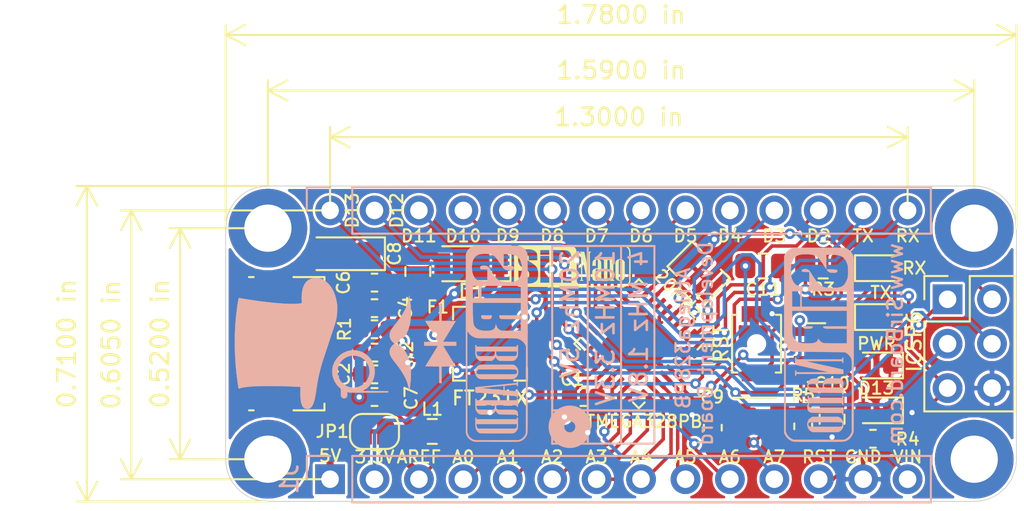
<source format=kicad_pcb>
(kicad_pcb (version 20171130) (host pcbnew "(5.1.2)-2")
  (layers (0 F.Cu signal) (31 B.Cu signal) (34 B.Paste user hide) (35 F.Paste user hide) (36 B.SilkS user) (37 F.SilkS user) (38 B.Mask user) (39 F.Mask user hide) (44 Edge.Cuts user))
  (net 0 "")
  (net 1 GND)
  (net 2 "Net-(J3-Pad4)")
  (net 3 "Net-(L1-Pad2)")
  (net 4 /X1)
  (net 5 /X2)
  (net 6 /IO13LED)
  (net 7 /D+)
  (net 8 /D-)
  (net 9 /uD+)
  (net 10 /uD-)
  (net 11 /PWRLED)
  (net 12 "Net-(C6-Pad1)")
  (net 13 "Net-(RN1-Pad8)")
  (net 14 "Net-(RN1-Pad7)")
  (net 15 TX_LED)
  (net 16 RX_LED)
  (net 17 "Net-(U1-Pad6)")
  (net 18 "Net-(U1-Pad3)")
  (net 19 "Net-(U3-Pad19)")
  (net 20 "Net-(U3-Pad16)")
  (net 21 "Net-(U3-Pad15)")
  (net 22 "Net-(U3-Pad11)")
  (net 23 "Net-(U3-Pad6)")
  (net 24 "Net-(U3-Pad5)")
  (net 25 "Net-(U3-Pad4)")
  (net 26 "Net-(U3-Pad2)")
  (net 27 A0)
  (net 28 A1)
  (net 29 A2)
  (net 30 A3)
  (net 31 A4)
  (net 32 A5)
  (net 33 A6)
  (net 34 A7)
  (net 35 5V)
  (net 36 3.3V)
  (net 37 RESET)
  (net 38 VIN)
  (net 39 /D7)
  (net 40 /D6)
  (net 41 /D5)
  (net 42 /D4)
  (net 43 /D3)
  (net 44 /D2)
  (net 45 /TX)
  (net 46 /RX)
  (net 47 "Net-(C11-Pad2)")
  (net 48 D11)
  (net 49 D13)
  (net 50 D12)
  (net 51 /D10)
  (net 52 /D9)
  (net 53 /D8)
  (net 54 "Net-(R4-Pad1)")
  (net 55 /AREF)
  (net 56 "Net-(D1-Pad2)")
  (net 57 "Net-(RX1-Pad2)")
  (net 58 "Net-(TX1-Pad2)")
  (module logo:SirNano67x24 (layer F.Cu) (at 126.619 50.673)
    (fp_text reference G*** hide)
    (fp_text value LOGO hide)
  )
  (module Connector_PinHeader_2.54mm:PinHeader_1x14_P2.54mm_Vertical (layer B.Cu) (at 112.776 47.498 270)
    (fp_text reference J2 hide)
    (fp_text value Conn_01x14)
    (pad 1 thru_hole circle (at 0 0 270) (size 1.7 1.7) (drill 1) (layers *.Cu *.Mask) (net 49 D13))
    (pad 2 thru_hole oval (at 0 -2.54 270) (size 1.7 1.7) (drill 1) (layers *.Cu *.Mask) (net 50 D12))
    (pad 3 thru_hole oval (at 0 -5.08 270) (size 1.7 1.7) (drill 1) (layers *.Cu *.Mask) (net 48 D11))
    (pad 4 thru_hole oval (at 0 -7.62 270) (size 1.7 1.7) (drill 1) (layers *.Cu *.Mask) (net 51 /D10))
    (pad 5 thru_hole oval (at 0 -10.16 270) (size 1.7 1.7) (drill 1) (layers *.Cu *.Mask) (net 52 /D9))
    (pad 6 thru_hole oval (at 0 -12.7 270) (size 1.7 1.7) (drill 1) (layers *.Cu *.Mask) (net 53 /D8))
    (pad 7 thru_hole oval (at 0 -15.24 270) (size 1.7 1.7) (drill 1) (layers *.Cu *.Mask) (net 39 /D7))
    (pad 8 thru_hole oval (at 0 -17.78 270) (size 1.7 1.7) (drill 1) (layers *.Cu *.Mask) (net 40 /D6))
    (pad 9 thru_hole oval (at 0 -20.32 270) (size 1.7 1.7) (drill 1) (layers *.Cu *.Mask) (net 41 /D5))
    (pad 10 thru_hole oval (at 0 -22.86 270) (size 1.7 1.7) (drill 1) (layers *.Cu *.Mask) (net 42 /D4))
    (pad 11 thru_hole oval (at 0 -25.4 270) (size 1.7 1.7) (drill 1) (layers *.Cu *.Mask) (net 43 /D3))
    (pad 12 thru_hole oval (at 0 -27.94 270) (size 1.7 1.7) (drill 1) (layers *.Cu *.Mask) (net 44 /D2))
    (pad 13 thru_hole oval (at 0 -30.48 270) (size 1.7 1.7) (drill 1) (layers *.Cu *.Mask) (net 45 /TX))
    (pad 14 thru_hole oval (at 0 -33.02 270) (size 1.7 1.7) (drill 1) (layers *.Cu *.Mask) (net 46 /RX))
  )
  (module Diode_SMD:D_SOD-123 (layer F.Cu) (at 120.8405 50.546 180)
    (fp_text reference D1 (at -0.0635 -1.5875) (layer F.SilkS) (effects (font (size 0.8 0.8) (thickness 0.13))))
    (fp_text value D_Schottky)
    (pad 2 smd rect (at 1.65 0 180) (size 0.9 1.2) (layers F.Cu F.Paste F.Mask) (net 56 "Net-(D1-Pad2)"))
    (pad 1 smd rect (at -1.65 0 180) (size 0.9 1.2) (layers F.Cu F.Paste F.Mask) (net 35 5V))
  )
  (module logo:SirNano118x40 (layer B.Cu) (at 140.716 55.1688 270)
    (fp_text reference G*** hide)
    (fp_text value LOGO hide)
  )
  (module logo:SirBoard112x35 (layer B.Cu) (at 122.301 55.118 270)
    (fp_text reference G*** hide)
    (fp_text value LOGO hide)
  )
  (module logo:logo126x178 (layer B.Cu) (at 113.665 55.118 270)
    (fp_text reference G*** hide)
    (fp_text value LOGO hide)
  )
  (module MountingHole:MountingHole_2.7mm_M2.5_ISO7380_Pad (layer F.Cu) (at 109.22 61.722)
    (fp_text reference REF** hide)
    (fp_text value MountingHole_2.7mm_M2.5_ISO7380_Pad)
    (pad 1 thru_hole circle (at 0 0) (size 4.5 4.5) (drill 2.7) (layers *.Cu *.Mask))
  )
  (module MountingHole:MountingHole_2.7mm_M2.5_ISO7380_Pad (layer F.Cu) (at 109.22 48.514)
    (fp_text reference REF** hide)
    (fp_text value MountingHole_2.7mm_M2.5_ISO7380_Pad)
    (pad 1 thru_hole circle (at 0 0) (size 4.5 4.5) (drill 2.7) (layers *.Cu *.Mask))
  )
  (module MountingHole:MountingHole_2.7mm_M2.5_ISO7380_Pad (layer F.Cu) (at 149.606 48.514)
    (fp_text reference REF** hide)
    (fp_text value MountingHole_2.7mm_M2.5_ISO7380_Pad)
    (pad 1 thru_hole circle (at 0 0) (size 4.5 4.5) (drill 2.7) (layers *.Cu *.Mask))
  )
  (module MountingHole:MountingHole_2.7mm_M2.5_ISO7380_Pad (layer F.Cu) (at 149.606 61.722)
    (fp_text reference REF** hide)
    (fp_text value MountingHole_2.7mm_M2.5_ISO7380_Pad)
    (pad 1 thru_hole circle (at 0 0) (size 4.5 4.5) (drill 2.7) (layers *.Cu *.Mask))
  )
  (module Package_TO_SOT_SMD:SOT-23-5 (layer F.Cu) (at 137.3759 59.817)
    (fp_text reference U2 hide)
    (fp_text value AP2210K-ADJ)
    (pad 1 smd rect (at -1.1 -0.95) (size 1.06 0.65) (layers F.Cu F.Paste F.Mask) (net 38 VIN))
    (pad 2 smd rect (at -1.1 0) (size 1.06 0.65) (layers F.Cu F.Paste F.Mask) (net 1 GND))
    (pad 3 smd rect (at -1.1 0.95) (size 1.06 0.65) (layers F.Cu F.Paste F.Mask) (net 38 VIN))
    (pad 4 smd rect (at 1.1 0.95) (size 1.06 0.65) (layers F.Cu F.Paste F.Mask) (net 54 "Net-(R4-Pad1)"))
    (pad 5 smd rect (at 1.1 -0.95) (size 1.06 0.65) (layers F.Cu F.Paste F.Mask) (net 35 5V))
  )
  (module Crystal:Resonator_SMD_muRata_CSTxExxV-3Pin_3.0x1.1mm (layer F.Cu) (at 133.858 51.054 315)
    (fp_text reference 20MHz (at 0.021553 1.666736 315) (layer F.SilkS) (effects (font (size 0.7 0.7) (thickness 0.12))))
    (fp_text value 20MHz)
    (pad 3 smd rect (at 1.2 0 315) (size 0.4 1.9) (layers F.Cu F.Paste F.Mask) (net 4 /X1))
    (pad 2 smd rect (at 0 0 315) (size 0.4 1.9) (layers F.Cu F.Paste F.Mask) (net 1 GND))
    (pad 1 smd rect (at -1.2 0 315) (size 0.4 1.9) (layers F.Cu F.Paste F.Mask) (net 5 /X2))
  )
  (module Package_DFN_QFN:QFN-32-1EP_5x5mm_P0.5mm_EP3.1x3.1mm (layer F.Cu) (at 130.429 55.118 225)
    (fp_text reference U1 hide)
    (fp_text value ATmega328PB-MU)
    (pad 33 smd roundrect (at 0 0 225) (size 3.1 3.1) (layers F.Cu F.Mask) (roundrect_rratio 0.081) (net 1 GND))
    (pad 1 smd roundrect (at -2.4375 -1.75 225) (size 0.875 0.25) (layers F.Cu F.Paste F.Mask) (net 43 /D3))
    (pad 2 smd roundrect (at -2.4375 -1.25 225) (size 0.875 0.25) (layers F.Cu F.Paste F.Mask) (net 42 /D4))
    (pad 3 smd roundrect (at -2.4375 -0.75 225) (size 0.875 0.25) (layers F.Cu F.Paste F.Mask) (net 18 "Net-(U1-Pad3)"))
    (pad 4 smd roundrect (at -2.4375 -0.25 225) (size 0.875 0.25) (layers F.Cu F.Paste F.Mask) (net 35 5V))
    (pad 5 smd roundrect (at -2.4375 0.25 225) (size 0.875 0.25) (layers F.Cu F.Paste F.Mask) (net 1 GND))
    (pad 6 smd roundrect (at -2.4375 0.75 225) (size 0.875 0.25) (layers F.Cu F.Paste F.Mask) (net 17 "Net-(U1-Pad6)"))
    (pad 7 smd roundrect (at -2.4375 1.25 225) (size 0.875 0.25) (layers F.Cu F.Paste F.Mask) (net 4 /X1))
    (pad 8 smd roundrect (at -2.4375 1.75 225) (size 0.875 0.25) (layers F.Cu F.Paste F.Mask) (net 5 /X2))
    (pad 9 smd roundrect (at -1.75 2.4375 225) (size 0.25 0.875) (layers F.Cu F.Paste F.Mask) (net 41 /D5))
    (pad 10 smd roundrect (at -1.25 2.4375 225) (size 0.25 0.875) (layers F.Cu F.Paste F.Mask) (net 40 /D6))
    (pad 11 smd roundrect (at -0.75 2.4375 225) (size 0.25 0.875) (layers F.Cu F.Paste F.Mask) (net 39 /D7))
    (pad 12 smd roundrect (at -0.25 2.4375 225) (size 0.25 0.875) (layers F.Cu F.Paste F.Mask) (net 53 /D8))
    (pad 13 smd roundrect (at 0.25 2.4375 225) (size 0.25 0.875) (layers F.Cu F.Paste F.Mask) (net 52 /D9))
    (pad 14 smd roundrect (at 0.75 2.4375 225) (size 0.25 0.875) (layers F.Cu F.Paste F.Mask) (net 51 /D10))
    (pad 15 smd roundrect (at 1.25 2.4375 225) (size 0.25 0.875) (layers F.Cu F.Paste F.Mask) (net 48 D11))
    (pad 16 smd roundrect (at 1.75 2.4375 225) (size 0.25 0.875) (layers F.Cu F.Paste F.Mask) (net 50 D12))
    (pad 17 smd roundrect (at 2.4375 1.75 225) (size 0.875 0.25) (layers F.Cu F.Paste F.Mask) (net 49 D13))
    (pad 18 smd roundrect (at 2.4375 1.25 225) (size 0.875 0.25) (layers F.Cu F.Paste F.Mask) (net 3 "Net-(L1-Pad2)"))
    (pad 19 smd roundrect (at 2.4375 0.75 225) (size 0.875 0.25) (layers F.Cu F.Paste F.Mask) (net 33 A6))
    (pad 20 smd roundrect (at 2.4375 0.25 225) (size 0.875 0.25) (layers F.Cu F.Paste F.Mask) (net 55 /AREF))
    (pad 21 smd roundrect (at 2.4375 -0.25 225) (size 0.875 0.25) (layers F.Cu F.Paste F.Mask) (net 1 GND))
    (pad 22 smd roundrect (at 2.4375 -0.75 225) (size 0.875 0.25) (layers F.Cu F.Paste F.Mask) (net 34 A7))
    (pad 23 smd roundrect (at 2.4375 -1.25 225) (size 0.875 0.25) (layers F.Cu F.Paste F.Mask) (net 27 A0))
    (pad 24 smd roundrect (at 2.4375 -1.75 225) (size 0.875 0.25) (layers F.Cu F.Paste F.Mask) (net 28 A1))
    (pad 25 smd roundrect (at 1.75 -2.4375 225) (size 0.25 0.875) (layers F.Cu F.Paste F.Mask) (net 29 A2))
    (pad 26 smd roundrect (at 1.25 -2.4375 225) (size 0.25 0.875) (layers F.Cu F.Paste F.Mask) (net 30 A3))
    (pad 27 smd roundrect (at 0.75 -2.4375 225) (size 0.25 0.875) (layers F.Cu F.Paste F.Mask) (net 31 A4))
    (pad 28 smd roundrect (at 0.25 -2.4375 225) (size 0.25 0.875) (layers F.Cu F.Paste F.Mask) (net 32 A5))
    (pad 29 smd roundrect (at -0.25 -2.4375 225) (size 0.25 0.875) (layers F.Cu F.Paste F.Mask) (net 37 RESET))
    (pad 30 smd roundrect (at -0.75 -2.4375 225) (size 0.25 0.875) (layers F.Cu F.Paste F.Mask) (net 46 /RX))
    (pad 31 smd roundrect (at -1.25 -2.4375 225) (size 0.25 0.875) (layers F.Cu F.Paste F.Mask) (net 45 /TX))
    (pad 32 smd roundrect (at -1.75 -2.4375 225) (size 0.25 0.875) (layers F.Cu F.Paste F.Mask) (net 44 /D2))
  )
  (module Jumper:SolderJumper-2_P1.3mm_Bridged_RoundedPad1.0x1.5mm (layer F.Cu) (at 115.316 60.1345 180)
    (fp_text reference JP1 (at 2.413 0) (layer F.SilkS) (effects (font (size 0.7 0.7) (thickness 0.12))))
    (fp_text value SolderJumper_2_Bridged)
    (fp_poly (pts (xy 0.25 -0.127) (xy -0.25 -0.127) (xy -0.25 0.127) (xy 0.25 0.127)) (layer F.Cu) (width 0))
    (pad 2 smd custom (at 0.65 0 180) (size 1 0.5) (layers F.Cu F.Mask) (net 35 5V) (options (clearance outline) (anchor rect)) (primitives (gr_circle (center 0 0.25) (end 0.5 0.25) (width 0)) (gr_circle (center 0 -0.25) (end 0.5 -0.25) (width 0)) (gr_poly (pts (xy 0 -0.75) (xy -0.5 -0.75) (xy -0.5 0.75) (xy 0 0.75)) (width 0))))
    (pad 1 smd custom (at -0.65 0 180) (size 1 0.5) (layers F.Cu F.Mask) (net 55 /AREF) (options (clearance outline) (anchor rect)) (primitives (gr_circle (center 0 0.25) (end 0.5 0.25) (width 0)) (gr_circle (center 0 -0.25) (end 0.5 -0.25) (width 0)) (gr_poly (pts (xy 0 -0.75) (xy 0.5 -0.75) (xy 0.5 0.75) (xy 0 0.75)) (width 0))))
  )
  (module Capacitor_SMD:C_0603_1608Metric (layer F.Cu) (at 127.254 58.166)
    (fp_text reference C1 (at -0.635 -1.016) (layer F.SilkS) (effects (font (size 0.7 0.7) (thickness 0.12))))
    (fp_text value 100nF)
    (pad 2 smd roundrect (at 0.7875 0) (size 0.875 0.95) (layers F.Cu F.Paste F.Mask) (net 1 GND))
    (pad 1 smd roundrect (at -0.7875 0) (size 0.875 0.95) (layers F.Cu F.Paste F.Mask) (net 55 /AREF))
  )
  (module Resistor_SMD:R_0603_1608Metric (layer F.Cu) (at 143.8148 60.5536)
    (fp_text reference R4 (at 1.9812 0.0254) (layer F.SilkS) (effects (font (size 0.7 0.7) (thickness 0.12))))
    (fp_text value 100k)
    (pad 1 smd roundrect (at -0.7875 0) (size 0.875 0.95) (layers F.Cu F.Paste F.Mask) (net 54 "Net-(R4-Pad1)"))
    (pad 2 smd roundrect (at 0.7875 0) (size 0.875 0.95) (layers F.Cu F.Paste F.Mask) (net 1 GND))
  )
  (module Resistor_SMD:R_0603_1608Metric (layer F.Cu) (at 139.827 59.8424 90)
    (fp_text reference R5 (at 1.778 0) (layer F.SilkS) (effects (font (size 0.7 0.7) (thickness 0.12))))
    (fp_text value 33k)
    (pad 1 smd roundrect (at -0.7875 0 90) (size 0.875 0.95) (layers F.Cu F.Paste F.Mask) (net 54 "Net-(R4-Pad1)"))
    (pad 2 smd roundrect (at 0.7875 0 90) (size 0.875 0.95) (layers F.Cu F.Paste F.Mask) (net 35 5V))
  )
  (module LED_SMD:LED_0603_1608Metric (layer F.Cu) (at 144.272 53.594)
    (fp_text reference TX (at 0 -1.397 180) (layer F.SilkS) (effects (font (size 0.7 0.7) (thickness 0.12))))
    (fp_text value LED)
    (pad 1 smd roundrect (at -0.7875 0) (size 0.875 0.95) (layers F.Cu F.Paste F.Mask) (net 14 "Net-(RN1-Pad7)"))
    (pad 2 smd roundrect (at 0.7875 0) (size 0.875 0.95) (layers F.Cu F.Paste F.Mask) (net 58 "Net-(TX1-Pad2)"))
  )
  (module LED_SMD:LED_0603_1608Metric (layer F.Cu) (at 144.272 50.8)
    (fp_text reference RX (at 1.905 0 180) (layer F.SilkS) (effects (font (size 0.7 0.7) (thickness 0.12))))
    (fp_text value LED)
    (pad 1 smd roundrect (at -0.7875 0) (size 0.875 0.95) (layers F.Cu F.Paste F.Mask) (net 13 "Net-(RN1-Pad8)"))
    (pad 2 smd roundrect (at 0.7875 0) (size 0.875 0.95) (layers F.Cu F.Paste F.Mask) (net 57 "Net-(RX1-Pad2)"))
  )
  (module Button_Switch_SMD:SW_SPST_B3U-1000P-B (layer F.Cu) (at 137.16 55.118 90)
    (fp_text reference RST (at 0 -2.032 90) (layer F.SilkS) (effects (font (size 0.8 0.8) (thickness 0.13))))
    (fp_text value SW_Push)
    (pad "" np_thru_hole circle (at 0 0 90) (size 0.8 0.8) (drill 0.8) (layers *.Cu *.Mask))
    (pad 2 smd rect (at 1.7 0 90) (size 0.9 1.7) (layers F.Cu F.Paste F.Mask) (net 1 GND))
    (pad 1 smd rect (at -1.7 0 90) (size 0.9 1.7) (layers F.Cu F.Paste F.Mask) (net 37 RESET))
  )
  (module Resistor_SMD:R_Array_Convex_4x0603 (layer F.Cu) (at 140.589 55.626)
    (fp_text reference RN1 hide)
    (fp_text value 1k)
    (pad 1 smd rect (at -0.9 -1.2) (size 0.8 0.5) (layers F.Cu F.Paste F.Mask) (net 16 RX_LED))
    (pad 3 smd rect (at -0.9 0.4) (size 0.8 0.4) (layers F.Cu F.Paste F.Mask) (net 49 D13))
    (pad 2 smd rect (at -0.9 -0.4) (size 0.8 0.4) (layers F.Cu F.Paste F.Mask) (net 15 TX_LED))
    (pad 4 smd rect (at -0.9 1.2) (size 0.8 0.5) (layers F.Cu F.Paste F.Mask) (net 35 5V))
    (pad 7 smd rect (at 0.9 -0.4) (size 0.8 0.4) (layers F.Cu F.Paste F.Mask) (net 14 "Net-(RN1-Pad7)"))
    (pad 8 smd rect (at 0.9 -1.2) (size 0.8 0.5) (layers F.Cu F.Paste F.Mask) (net 13 "Net-(RN1-Pad8)"))
    (pad 6 smd rect (at 0.9 0.4) (size 0.8 0.4) (layers F.Cu F.Paste F.Mask) (net 11 /PWRLED))
    (pad 5 smd rect (at 0.9 1.2) (size 0.8 0.5) (layers F.Cu F.Paste F.Mask) (net 6 /IO13LED))
  )
  (module Resistor_SMD:R_0805_2012Metric_Pad1.15x1.40mm_HandSolder (layer F.Cu) (at 140.97 50.673 180)
    (fp_text reference R3 (at 0 -1.3335) (layer F.SilkS) (effects (font (size 0.7 0.7) (thickness 0.12))))
    (fp_text value 10k)
    (pad 2 smd roundrect (at 1.025 0 180) (size 1.15 1.4) (layers F.Cu F.Paste F.Mask) (roundrect_rratio 0.217391) (net 37 RESET))
    (pad 1 smd roundrect (at -1.025 0 180) (size 1.15 1.4) (layers F.Cu F.Paste F.Mask) (roundrect_rratio 0.217391) (net 35 5V))
  )
  (module Resistor_SMD:R_0603_1608Metric (layer F.Cu) (at 115.316 55.626)
    (fp_text reference R2 (at 1.8415 0 90) (layer F.SilkS) (effects (font (size 0.7 0.7) (thickness 0.12))))
    (fp_text value 27e)
    (pad 2 smd roundrect (at 0.7875 0) (size 0.875 0.95) (layers F.Cu F.Paste F.Mask) (net 9 /uD+))
    (pad 1 smd roundrect (at -0.7875 0) (size 0.875 0.95) (layers F.Cu F.Paste F.Mask) (net 7 /D+))
  )
  (module Resistor_SMD:R_0603_1608Metric (layer F.Cu) (at 115.316 54.2925)
    (fp_text reference R1 (at -1.7145 0 90) (layer F.SilkS) (effects (font (size 0.7 0.7) (thickness 0.12))))
    (fp_text value 27e)
    (pad 2 smd roundrect (at 0.7875 0) (size 0.875 0.95) (layers F.Cu F.Paste F.Mask) (net 10 /uD-))
    (pad 1 smd roundrect (at -0.7875 0) (size 0.875 0.95) (layers F.Cu F.Paste F.Mask) (net 8 /D-))
  )
  (module LED_SMD:LED_0603_1608Metric (layer F.Cu) (at 144.0434 56.3626 180)
    (fp_text reference PWR (at 0.0254 1.2446) (layer F.SilkS) (effects (font (size 0.7 0.7) (thickness 0.12))))
    (fp_text value LED)
    (pad 1 smd roundrect (at -0.7875 0 180) (size 0.875 0.95) (layers F.Cu F.Paste F.Mask) (net 1 GND))
    (pad 2 smd roundrect (at 0.7875 0 180) (size 0.875 0.95) (layers F.Cu F.Paste F.Mask) (net 11 /PWRLED))
  )
  (module Inductor_SMD:L_0805_2012Metric_Pad1.15x1.40mm_HandSolder (layer F.Cu) (at 118.618 60.1345)
    (fp_text reference L1 (at 0 -1.27 180) (layer F.SilkS) (effects (font (size 0.7 0.7) (thickness 0.12))))
    (fp_text value 10uH)
    (pad 2 smd roundrect (at 1.025 0) (size 1.15 1.4) (layers F.Cu F.Paste F.Mask) (roundrect_rratio 0.217391) (net 3 "Net-(L1-Pad2)"))
    (pad 1 smd roundrect (at -1.025 0) (size 1.15 1.4) (layers F.Cu F.Paste F.Mask) (roundrect_rratio 0.217391) (net 35 5V))
  )
  (module LED_SMD:LED_0603_1608Metric (layer F.Cu) (at 144.0434 58.928 180)
    (fp_text reference D13 (at 0.0254 1.27 180) (layer F.SilkS) (effects (font (size 0.7 0.7) (thickness 0.12))))
    (fp_text value LED)
    (pad 1 smd roundrect (at -0.7875 0 180) (size 0.875 0.95) (layers F.Cu F.Paste F.Mask) (net 1 GND))
    (pad 2 smd roundrect (at 0.7875 0 180) (size 0.875 0.95) (layers F.Cu F.Paste F.Mask) (net 6 /IO13LED))
  )
  (module Resistor_SMD:R_0805_2012Metric (layer F.Cu) (at 117.7925 50.9905 270)
    (fp_text reference F1 (at 2.032 -1.143) (layer F.SilkS) (effects (font (size 0.7 0.7) (thickness 0.12))))
    (fp_text value 500mA)
    (pad 1 smd roundrect (at -0.9375 0 270) (size 0.975 1.4) (layers F.Cu F.Paste F.Mask) (net 56 "Net-(D1-Pad2)"))
    (pad 2 smd roundrect (at 0.9375 0 270) (size 0.975 1.4) (layers F.Cu F.Paste F.Mask) (net 12 "Net-(C6-Pad1)"))
  )
  (module Capacitor_SMD:C_0805_2012Metric_Pad1.15x1.40mm_HandSolder (layer F.Cu) (at 137.541 50.673 180)
    (fp_text reference C11 (at 0 -1.3335) (layer F.SilkS) (effects (font (size 0.7 0.7) (thickness 0.12))))
    (fp_text value 100nF)
    (pad 2 smd roundrect (at 1.025 0 180) (size 1.15 1.4) (layers F.Cu F.Paste F.Mask) (roundrect_rratio 0.217391) (net 47 "Net-(C11-Pad2)"))
    (pad 1 smd roundrect (at -1.025 0 180) (size 1.15 1.4) (layers F.Cu F.Paste F.Mask) (roundrect_rratio 0.217391) (net 37 RESET))
  )
  (module Capacitor_SMD:C_0805_2012Metric_Pad1.15x1.40mm_HandSolder (layer F.Cu) (at 141.478 59.436 270)
    (fp_text reference C10 (at -2.032 0 180) (layer F.SilkS) (effects (font (size 0.7 0.7) (thickness 0.12))))
    (fp_text value 2.2uF)
    (pad 2 smd roundrect (at 1.025 0 270) (size 1.15 1.4) (layers F.Cu F.Paste F.Mask) (roundrect_rratio 0.217391) (net 1 GND))
    (pad 1 smd roundrect (at -1.025 0 270) (size 1.15 1.4) (layers F.Cu F.Paste F.Mask) (roundrect_rratio 0.217391) (net 35 5V))
  )
  (module Capacitor_SMD:C_0603_1608Metric (layer F.Cu) (at 134.6581 59.9186 90)
    (fp_text reference C9 (at 1.7526 -0.0381 180) (layer F.SilkS) (effects (font (size 0.7 0.7) (thickness 0.12))))
    (fp_text value 1uF)
    (pad 1 smd roundrect (at -0.7875 0 90) (size 0.875 0.95) (layers F.Cu F.Paste F.Mask) (net 38 VIN))
    (pad 2 smd roundrect (at 0.7875 0 90) (size 0.875 0.95) (layers F.Cu F.Paste F.Mask) (net 1 GND))
  )
  (module Capacitor_Tantalum_SMD:CP_EIA-3216-12_Kemet-S (layer F.Cu) (at 113.6015 49.9745 180)
    (fp_text reference C8 (at -2.8575 0 90) (layer F.SilkS) (effects (font (size 0.7 0.7) (thickness 0.12))))
    (fp_text value 22uF)
    (pad 2 smd roundrect (at 1.35 0 180) (size 1.4 1.35) (layers F.Cu F.Paste F.Mask) (roundrect_rratio 0.185185) (net 1 GND))
    (pad 1 smd roundrect (at -1.35 0 180) (size 1.4 1.35) (layers F.Cu F.Paste F.Mask) (roundrect_rratio 0.185185) (net 12 "Net-(C6-Pad1)"))
  )
  (module Capacitor_SMD:C_0603_1608Metric_Pad1.05x0.95mm_HandSolder (layer F.Cu) (at 115.316 58.166)
    (fp_text reference C7 (at 2.0955 0.0635 90) (layer F.SilkS) (effects (font (size 0.7 0.7) (thickness 0.12))))
    (fp_text value 1uF)
    (pad 1 smd roundrect (at -0.875 0) (size 1.05 0.95) (layers F.Cu F.Paste F.Mask) (net 35 5V))
    (pad 2 smd roundrect (at 0.875 0) (size 1.05 0.95) (layers F.Cu F.Paste F.Mask) (net 1 GND))
  )
  (module Capacitor_SMD:C_0603_1608Metric (layer F.Cu) (at 115.316 51.6255 180)
    (fp_text reference C6 (at 1.778 0 90) (layer F.SilkS) (effects (font (size 0.7 0.7) (thickness 0.12))))
    (fp_text value 10nF)
    (pad 2 smd roundrect (at 0.7875 0 180) (size 0.875 0.95) (layers F.Cu F.Paste F.Mask) (net 1 GND))
    (pad 1 smd roundrect (at -0.7875 0 180) (size 0.875 0.95) (layers F.Cu F.Paste F.Mask) (net 12 "Net-(C6-Pad1)"))
  )
  (module Capacitor_SMD:C_0603_1608Metric (layer F.Cu) (at 115.316 53.086 180)
    (fp_text reference C4 (at -1.778 0 90) (layer F.SilkS) (effects (font (size 0.7 0.7) (thickness 0.12))))
    (fp_text value 47pF)
    (pad 2 smd roundrect (at 0.7875 0 180) (size 0.875 0.95) (layers F.Cu F.Paste F.Mask) (net 1 GND))
    (pad 1 smd roundrect (at -0.7875 0 180) (size 0.875 0.95) (layers F.Cu F.Paste F.Mask) (net 10 /uD-))
  )
  (module Capacitor_SMD:C_0603_1608Metric (layer F.Cu) (at 115.316 56.8706 180)
    (fp_text reference C2 (at 1.778 0 90) (layer F.SilkS) (effects (font (size 0.7 0.7) (thickness 0.12))))
    (fp_text value 47pF)
    (pad 2 smd roundrect (at 0.7875 0 180) (size 0.875 0.95) (layers F.Cu F.Paste F.Mask) (net 1 GND))
    (pad 1 smd roundrect (at -0.7875 0 180) (size 0.875 0.95) (layers F.Cu F.Paste F.Mask) (net 9 /uD+))
  )
  (module Connector_PinHeader_2.54mm:PinHeader_2x03_P2.54mm_Vertical (layer F.Cu) (at 148.082 52.578)
    (fp_text reference ICSP6 (at -1.905 2.413 90) (layer F.SilkS) (effects (font (size 0.8 0.8) (thickness 0.13))))
    (fp_text value Conn_02x03_Odd_Even)
    (pad 6 thru_hole oval (at 2.54 5.08) (size 1.7 1.7) (drill 1) (layers *.Cu *.Mask) (net 1 GND))
    (pad 5 thru_hole oval (at 0 5.08) (size 1.7 1.7) (drill 1) (layers *.Cu *.Mask) (net 37 RESET))
    (pad 4 thru_hole oval (at 2.54 2.54) (size 1.7 1.7) (drill 1) (layers *.Cu *.Mask) (net 48 D11))
    (pad 3 thru_hole oval (at 0 2.54) (size 1.7 1.7) (drill 1) (layers *.Cu *.Mask) (net 49 D13))
    (pad 2 thru_hole oval (at 2.54 0) (size 1.7 1.7) (drill 1) (layers *.Cu *.Mask) (net 35 5V))
    (pad 1 thru_hole rect (at 0 0) (size 1.7 1.7) (drill 1) (layers *.Cu *.Mask) (net 50 D12))
  )
  (module Connector_PinHeader_2.54mm:PinHeader_1x14_P2.54mm_Vertical (layer B.Cu) (at 112.776 62.865 270)
    (fp_text reference J1 (at 0 2.33 270) (layer B.SilkS) (effects (justify mirror)))
    (fp_text value Conn_01x14)
    (pad 14 thru_hole oval (at 0 -33.02 270) (size 1.7 1.7) (drill 1) (layers *.Cu *.Mask) (net 38 VIN))
    (pad 13 thru_hole oval (at 0 -30.48 270) (size 1.7 1.7) (drill 1) (layers *.Cu *.Mask) (net 1 GND))
    (pad 12 thru_hole oval (at 0 -27.94 270) (size 1.7 1.7) (drill 1) (layers *.Cu *.Mask) (net 37 RESET))
    (pad 11 thru_hole oval (at 0 -25.4 270) (size 1.7 1.7) (drill 1) (layers *.Cu *.Mask) (net 34 A7))
    (pad 10 thru_hole oval (at 0 -22.86 270) (size 1.7 1.7) (drill 1) (layers *.Cu *.Mask) (net 33 A6))
    (pad 9 thru_hole oval (at 0 -20.32 270) (size 1.7 1.7) (drill 1) (layers *.Cu *.Mask) (net 32 A5))
    (pad 8 thru_hole oval (at 0 -17.78 270) (size 1.7 1.7) (drill 1) (layers *.Cu *.Mask) (net 31 A4))
    (pad 7 thru_hole oval (at 0 -15.24 270) (size 1.7 1.7) (drill 1) (layers *.Cu *.Mask) (net 30 A3))
    (pad 6 thru_hole oval (at 0 -12.7 270) (size 1.7 1.7) (drill 1) (layers *.Cu *.Mask) (net 29 A2))
    (pad 5 thru_hole oval (at 0 -10.16 270) (size 1.7 1.7) (drill 1) (layers *.Cu *.Mask) (net 28 A1))
    (pad 4 thru_hole oval (at 0 -7.62 270) (size 1.7 1.7) (drill 1) (layers *.Cu *.Mask) (net 27 A0))
    (pad 3 thru_hole oval (at 0 -5.08 270) (size 1.7 1.7) (drill 1) (layers *.Cu *.Mask) (net 55 /AREF))
    (pad 2 thru_hole oval (at 0 -2.54 270) (size 1.7 1.7) (drill 1) (layers *.Cu *.Mask) (net 36 3.3V))
    (pad 1 thru_hole rect (at 0 0 270) (size 1.7 1.7) (drill 1) (layers *.Cu *.Mask) (net 35 5V))
  )
  (module Package_DFN_QFN:QFN-20-1EP_4x4mm_P0.5mm_EP2.5x2.5mm (layer F.Cu) (at 121.92 55.118 270)
    (fp_text reference FT231X (at 3.1115 0 180) (layer F.SilkS) (effects (font (size 0.8 0.8) (thickness 0.13))))
    (fp_text value FT231XQ)
    (pad 21 smd roundrect (at 0 0 270) (size 2.5 2.5) (layers F.Cu F.Mask) (roundrect_rratio 0.1) (net 1 GND))
    (pad 1 smd roundrect (at -1.9375 -1 270) (size 0.825 0.25) (layers F.Cu F.Paste F.Mask) (net 45 /TX))
    (pad 2 smd roundrect (at -1.9375 -0.5 270) (size 0.825 0.25) (layers F.Cu F.Paste F.Mask) (net 26 "Net-(U3-Pad2)"))
    (pad 3 smd roundrect (at -1.9375 0 270) (size 0.825 0.25) (layers F.Cu F.Paste F.Mask) (net 1 GND))
    (pad 4 smd roundrect (at -1.9375 0.5 270) (size 0.825 0.25) (layers F.Cu F.Paste F.Mask) (net 25 "Net-(U3-Pad4)"))
    (pad 5 smd roundrect (at -1.9375 1 270) (size 0.825 0.25) (layers F.Cu F.Paste F.Mask) (net 24 "Net-(U3-Pad5)"))
    (pad 6 smd roundrect (at -1 1.9375 270) (size 0.25 0.825) (layers F.Cu F.Paste F.Mask) (net 23 "Net-(U3-Pad6)"))
    (pad 7 smd roundrect (at -0.5 1.9375 270) (size 0.25 0.825) (layers F.Cu F.Paste F.Mask) (net 15 TX_LED))
    (pad 8 smd roundrect (at 0 1.9375 270) (size 0.25 0.825) (layers F.Cu F.Paste F.Mask) (net 9 /uD+))
    (pad 9 smd roundrect (at 0.5 1.9375 270) (size 0.25 0.825) (layers F.Cu F.Paste F.Mask) (net 10 /uD-))
    (pad 10 smd roundrect (at 1 1.9375 270) (size 0.25 0.825) (layers F.Cu F.Paste F.Mask) (net 36 3.3V))
    (pad 11 smd roundrect (at 1.9375 1 270) (size 0.825 0.25) (layers F.Cu F.Paste F.Mask) (net 22 "Net-(U3-Pad11)"))
    (pad 12 smd roundrect (at 1.9375 0.5 270) (size 0.825 0.25) (layers F.Cu F.Paste F.Mask) (net 35 5V))
    (pad 13 smd roundrect (at 1.9375 0 270) (size 0.825 0.25) (layers F.Cu F.Paste F.Mask) (net 1 GND))
    (pad 14 smd roundrect (at 1.9375 -0.5 270) (size 0.825 0.25) (layers F.Cu F.Paste F.Mask) (net 16 RX_LED))
    (pad 15 smd roundrect (at 1.9375 -1 270) (size 0.825 0.25) (layers F.Cu F.Paste F.Mask) (net 21 "Net-(U3-Pad15)"))
    (pad 16 smd roundrect (at 1 -1.9375 270) (size 0.25 0.825) (layers F.Cu F.Paste F.Mask) (net 20 "Net-(U3-Pad16)"))
    (pad 17 smd roundrect (at 0.5 -1.9375 270) (size 0.25 0.825) (layers F.Cu F.Paste F.Mask) (net 46 /RX))
    (pad 18 smd roundrect (at 0 -1.9375 270) (size 0.25 0.825) (layers F.Cu F.Paste F.Mask) (net 47 "Net-(C11-Pad2)"))
    (pad 19 smd roundrect (at -0.5 -1.9375 270) (size 0.25 0.825) (layers F.Cu F.Paste F.Mask) (net 19 "Net-(U3-Pad19)"))
    (pad 20 smd roundrect (at -1 -1.9375 270) (size 0.25 0.825) (layers F.Cu F.Paste F.Mask) (net 36 3.3V))
  )
  (module Connector_USB:USB_Micro-B_Molex_47346-0001 (layer F.Cu) (at 110.744 55.118 270)
    (fp_text reference J3 hide)
    (fp_text value USB_B_Micro)
    (pad 1 smd rect (at -1.3 -1.46 270) (size 0.45 1.38) (layers F.Cu F.Paste F.Mask) (net 12 "Net-(C6-Pad1)"))
    (pad 2 smd rect (at -0.65 -1.46 270) (size 0.45 1.38) (layers F.Cu F.Paste F.Mask) (net 8 /D-))
    (pad 3 smd rect (at 0 -1.46 270) (size 0.45 1.38) (layers F.Cu F.Paste F.Mask) (net 7 /D+))
    (pad 4 smd rect (at 0.65 -1.46 270) (size 0.45 1.38) (layers F.Cu F.Paste F.Mask) (net 2 "Net-(J3-Pad4)"))
    (pad 5 smd rect (at 1.3 -1.46 270) (size 0.45 1.38) (layers F.Cu F.Paste F.Mask) (net 1 GND))
    (pad 6 smd rect (at -2.4625 -1.1 270) (size 1.475 2.1) (layers F.Cu F.Paste F.Mask) (net 1 GND))
    (pad 6 smd rect (at 2.4625 -1.1 270) (size 1.475 2.1) (layers F.Cu F.Paste F.Mask) (net 1 GND))
    (pad 6 smd rect (at -2.91 1.2 270) (size 2.375 1.9) (layers F.Cu F.Paste F.Mask) (net 1 GND))
    (pad 6 smd rect (at 2.91 1.2 270) (size 2.375 1.9) (layers F.Cu F.Paste F.Mask) (net 1 GND))
    (pad 6 smd rect (at -0.84 1.2 270) (size 1.175 1.9) (layers F.Cu F.Paste F.Mask) (net 1 GND))
    (pad 6 smd rect (at 0.84 1.2 270) (size 1.175 1.9) (layers F.Cu F.Paste F.Mask) (net 1 GND))
  )
  (gr_text "AtMega328PB \nDevelopment Board" (at 133.604 55.118 90) (layer B.SilkS) (effects (font (size 0.8 0.8) (thickness 0.13)) (justify mirror)))
  (gr_circle (center 126.48184 59.8678) (end 126.78664 59.7916) (layer B.SilkS) (width 0.9))
  (gr_line (start 131.318 58.928) (end 125.476 58.928) (layer B.SilkS) (width 0.12))
  (gr_line (start 127.508 49.53) (end 127.508 60.833) (layer B.SilkS) (width 0.12))
  (gr_line (start 129.413 49.53) (end 129.413 60.833) (layer B.SilkS) (width 0.12))
  (gr_text "4 MHz 1.8V" (at 130.429 49.657 90) (layer B.SilkS) (effects (font (size 1 1)) (justify left mirror)))
  (gr_text "10MHz 3.3V" (at 128.524 49.657 90) (layer B.SilkS) (effects (font (size 1 1)) (justify left mirror)))
  (gr_text "20Mhz 5V" (at 126.492 49.657 90) (layer B.SilkS) (effects (font (size 1 1)) (justify left mirror)))
  (gr_line (start 125.476 60.833) (end 125.476 49.53) (layer B.SilkS) (width 0.12))
  (gr_line (start 131.318 60.833) (end 125.476 60.833) (layer B.SilkS) (width 0.12))
  (gr_line (start 131.318 49.53) (end 131.318 60.833) (layer B.SilkS) (width 0.12))
  (gr_line (start 125.476 49.53) (end 131.318 49.53) (layer B.SilkS) (width 0.12))
  (gr_text "www.SirBoard.com\n" (at 145.0848 55.1434 90) (layer B.SilkS) (effects (font (size 0.85 0.85) (thickness 0.14)) (justify mirror)))
  (gr_text ATMEGA328PB (at 130.429 59.563) (layer F.SilkS) (effects (font (size 0.7 0.7) (thickness 0.12))))
  (gr_text RST (at 140.716 61.595) (layer F.SilkS) (effects (font (size 0.7 0.7) (thickness 0.12))))
  (gr_text VIN (at 145.796 61.595) (layer F.SilkS) (effects (font (size 0.7 0.7) (thickness 0.12))))
  (gr_text GND (at 143.256 61.595) (layer F.SilkS) (effects (font (size 0.7 0.7) (thickness 0.12))))
  (gr_text A7 (at 138.176 61.595) (layer F.SilkS) (effects (font (size 0.7 0.7) (thickness 0.12))))
  (gr_text A6 (at 135.636 61.595) (layer F.SilkS) (effects (font (size 0.7 0.7) (thickness 0.12))))
  (gr_text A5 (at 133.096 61.595) (layer F.SilkS) (effects (font (size 0.7 0.7) (thickness 0.12))))
  (gr_text A4 (at 130.556 61.595) (layer F.SilkS) (effects (font (size 0.7 0.7) (thickness 0.12))))
  (gr_text A3 (at 128.016 61.595) (layer F.SilkS) (effects (font (size 0.7 0.7) (thickness 0.12))))
  (gr_text A2 (at 125.476 61.595) (layer F.SilkS) (effects (font (size 0.7 0.7) (thickness 0.12))))
  (gr_text A1 (at 122.936 61.595) (layer F.SilkS) (effects (font (size 0.7 0.7) (thickness 0.12))))
  (gr_text A0 (at 120.396 61.595) (layer F.SilkS) (effects (font (size 0.7 0.7) (thickness 0.12))))
  (gr_text AREF (at 117.856 61.595) (layer F.SilkS) (effects (font (size 0.7 0.7) (thickness 0.12))))
  (gr_text 3.3V (at 115.316 61.595) (layer F.SilkS) (effects (font (size 0.7 0.7) (thickness 0.12))))
  (gr_text 5V (at 112.776 61.5315) (layer F.SilkS) (effects (font (size 0.7 0.7) (thickness 0.12))))
  (gr_text D5 (at 133.096 48.9585) (layer F.SilkS) (effects (font (size 0.7 0.7) (thickness 0.12))))
  (gr_text "RX\n" (at 145.796 48.9585) (layer F.SilkS) (effects (font (size 0.7 0.7) (thickness 0.12))))
  (gr_text TX (at 143.256 48.9585) (layer F.SilkS) (effects (font (size 0.7 0.7) (thickness 0.12))))
  (gr_text D2 (at 140.716 48.9585) (layer F.SilkS) (effects (font (size 0.7 0.7) (thickness 0.12))))
  (gr_text D3 (at 138.176 48.9585) (layer F.SilkS) (effects (font (size 0.7 0.7) (thickness 0.12))))
  (gr_text D4 (at 135.636 48.9585) (layer F.SilkS) (effects (font (size 0.7 0.7) (thickness 0.12))))
  (gr_text D6 (at 130.556 48.9585) (layer F.SilkS) (effects (font (size 0.7 0.7) (thickness 0.12))))
  (gr_text D8 (at 125.476 48.9585) (layer F.SilkS) (effects (font (size 0.7 0.7) (thickness 0.12))))
  (gr_text D7 (at 128.016 48.9585) (layer F.SilkS) (effects (font (size 0.7 0.7) (thickness 0.12))))
  (gr_text "D9\n" (at 122.936 48.9585) (layer F.SilkS) (effects (font (size 0.7 0.7) (thickness 0.12))))
  (gr_text D10 (at 120.396 48.9585) (layer F.SilkS) (effects (font (size 0.7 0.7) (thickness 0.12))))
  (gr_text "D11\n" (at 117.856 48.9585) (layer F.SilkS) (effects (font (size 0.7 0.7) (thickness 0.12))))
  (gr_text "D12\n" (at 116.586 47.498 90) (layer F.SilkS) (effects (font (size 0.7 0.7) (thickness 0.12))))
  (gr_text D13 (at 114.046 47.498 90) (layer F.SilkS) (effects (font (size 0.7 0.7) (thickness 0.12))))
  (dimension 18.034 (width 0.12) (layer F.SilkS) (gr_text "18.034 mm" (at 97.5995 55.118 270) (layer F.SilkS) (effects (font (size 1 1) (thickness 0.15)))) (feature1 (pts (xy 109.22 64.135) (xy 98.283079 64.135))) (feature2 (pts (xy 109.22 46.101) (xy 98.283079 46.101))) (crossbar (pts (xy 98.8695 46.101) (xy 98.8695 64.135))) (arrow1a (pts (xy 98.8695 64.135) (xy 98.283079 63.008496))) (arrow1b (pts (xy 98.8695 64.135) (xy 99.455921 63.008496))) (arrow2a (pts (xy 98.8695 46.101) (xy 98.283079 47.227504))) (arrow2b (pts (xy 98.8695 46.101) (xy 99.455921 47.227504))))
  (dimension 13.208 (width 0.12) (layer F.SilkS) (gr_text "13.208 mm" (at 102.9335 55.118 270) (layer F.SilkS) (effects (font (size 1 1) (thickness 0.15)) hide)) (feature1 (pts (xy 109.22 61.722) (xy 103.617079 61.722))) (feature2 (pts (xy 109.22 48.514) (xy 103.617079 48.514))) (crossbar (pts (xy 104.2035 48.514) (xy 104.2035 61.722))) (arrow1a (pts (xy 104.2035 61.722) (xy 103.617079 60.595496))) (arrow1b (pts (xy 104.2035 61.722) (xy 104.789921 60.595496))) (arrow2a (pts (xy 104.2035 48.514) (xy 103.617079 49.640504))) (arrow2b (pts (xy 104.2035 48.514) (xy 104.789921 49.640504))))
  (dimension 15.367 (width 0.12) (layer F.SilkS) (gr_text "15.367 mm" (at 100.1395 55.1815 270) (layer F.SilkS) (effects (font (size 1 1) (thickness 0.15)) hide)) (feature1 (pts (xy 112.776 62.865) (xy 100.823079 62.865))) (feature2 (pts (xy 112.776 47.498) (xy 100.823079 47.498))) (crossbar (pts (xy 101.4095 47.498) (xy 101.4095 62.865))) (arrow1a (pts (xy 101.4095 62.865) (xy 100.823079 61.738496))) (arrow1b (pts (xy 101.4095 62.865) (xy 101.995921 61.738496))) (arrow2a (pts (xy 101.4095 47.498) (xy 100.823079 48.624504))) (arrow2b (pts (xy 101.4095 47.498) (xy 101.995921 48.624504))))
  (dimension 45.212 (width 0.12) (layer F.SilkS) (gr_text "45.212 mm" (at 129.413 36.195) (layer F.SilkS) (effects (font (size 1 1) (thickness 0.15)) hide)) (feature1 (pts (xy 152.019 48.514) (xy 152.019 36.878579))) (feature2 (pts (xy 106.807 48.514) (xy 106.807 36.878579))) (crossbar (pts (xy 106.807 37.465) (xy 152.019 37.465))) (arrow1a (pts (xy 152.019 37.465) (xy 150.892496 38.051421))) (arrow1b (pts (xy 152.019 37.465) (xy 150.892496 36.878579))) (arrow2a (pts (xy 106.807 37.465) (xy 107.933504 38.051421))) (arrow2b (pts (xy 106.807 37.465) (xy 107.933504 36.878579))))
  (dimension 33.02 (width 0.12) (layer F.SilkS) (gr_text "33.020 mm" (at 129.286 42.037) (layer F.SilkS) (effects (font (size 1 1) (thickness 0.15)) hide)) (feature1 (pts (xy 112.776 47.498) (xy 112.776 42.720579))) (feature2 (pts (xy 145.796 47.498) (xy 145.796 42.720579))) (crossbar (pts (xy 145.796 43.307) (xy 112.776 43.307))) (arrow1a (pts (xy 112.776 43.307) (xy 113.902504 42.720579))) (arrow1b (pts (xy 112.776 43.307) (xy 113.902504 43.893421))) (arrow2a (pts (xy 145.796 43.307) (xy 144.669496 42.720579))) (arrow2b (pts (xy 145.796 43.307) (xy 144.669496 43.893421))))
  (dimension 40.386 (width 0.12) (layer F.SilkS) (gr_text "40.386 mm" (at 129.413 39.37) (layer F.SilkS) (effects (font (size 1 1) (thickness 0.15)) hide)) (feature1 (pts (xy 149.606 46.101) (xy 149.606 40.053579))) (feature2 (pts (xy 109.22 46.101) (xy 109.22 40.053579))) (crossbar (pts (xy 109.22 40.64) (xy 149.606 40.64))) (arrow1a (pts (xy 149.606 40.64) (xy 148.479496 41.226421))) (arrow1b (pts (xy 149.606 40.64) (xy 148.479496 40.053579))) (arrow2a (pts (xy 109.22 40.64) (xy 110.346504 41.226421))) (arrow2b (pts (xy 109.22 40.64) (xy 110.346504 40.053579))))
  (gr_line (start 152.019 61.722) (end 152.019 48.514) (layer Edge.Cuts) (width 0.05))
  (gr_line (start 109.22 64.135) (end 149.606 64.135) (layer Edge.Cuts) (width 0.05))
  (gr_line (start 106.807 48.514) (end 106.807 61.722) (layer Edge.Cuts) (width 0.05))
  (gr_line (start 149.606 46.101) (end 109.22 46.101) (layer Edge.Cuts) (width 0.05))
  (gr_arc (start 149.606 48.514) (end 152.019 48.514) (angle -90) (layer Edge.Cuts) (width 0.05))
  (gr_arc (start 149.606 61.722) (end 149.606 64.135) (angle -90) (layer Edge.Cuts) (width 0.05))
  (gr_arc (start 109.22 61.722) (end 106.807 61.722) (angle -90) (layer Edge.Cuts) (width 0.05))
  (gr_arc (start 109.22 48.514) (end 109.22 46.101) (angle -90) (layer Edge.Cuts) (width 0.05))
  (via (at 141.478 60.452) (size 0.6) (drill 0.3) (layers F.Cu B.Cu) (net 1))
  (segment (start 128.502135 57.398418) (end 128.882204 57.018349) (width 0.2) (layer F.Cu) (net 1))
  (segment (start 128.217433 57.68312) (end 128.502135 57.398418) (width 0.2) (layer F.Cu) (net 1))
  (segment (start 128.217433 58.570261) (end 128.217433 57.68312) (width 0.2) (layer F.Cu) (net 1))
  (segment (start 127.810847 58.976847) (end 128.217433 58.570261) (width 0.2) (layer F.Cu) (net 1))
  (segment (start 121.92 57.0555) (end 121.92 53.1805) (width 0.2) (layer F.Cu) (net 1))
  (segment (start 131.595726 53.951274) (end 130.429 55.118) (width 0.2) (layer F.Cu) (net 1))
  (segment (start 131.595727 53.59772) (end 131.595726 53.951274) (width 0.2) (layer F.Cu) (net 1))
  (segment (start 131.975796 53.217651) (end 131.595727 53.59772) (width 0.2) (layer F.Cu) (net 1))
  (segment (start 130.429 55.471553) (end 130.429 55.118) (width 0.2) (layer F.Cu) (net 1))
  (segment (start 128.882204 57.018349) (end 130.429 55.471553) (width 0.2) (layer F.Cu) (net 1))
  (segment (start 109.9915 52.6555) (end 109.544 52.208) (width 0.4) (layer F.Cu) (net 1))
  (segment (start 111.844 52.6555) (end 109.9915 52.6555) (width 0.4) (layer F.Cu) (net 1))
  (segment (start 109.9915 57.5805) (end 109.544 58.028) (width 0.4) (layer F.Cu) (net 1))
  (segment (start 111.844 57.5805) (end 109.9915 57.5805) (width 0.4) (layer F.Cu) (net 1))
  (segment (start 112.204 57.2205) (end 111.844 57.5805) (width 0.4) (layer F.Cu) (net 1))
  (segment (start 112.204 56.418) (end 112.204 57.2205) (width 0.4) (layer F.Cu) (net 1))
  (via (at 127.508 60.198) (size 0.6) (drill 0.3) (layers F.Cu B.Cu) (net 1))
  (via (at 138.049 53.4035) (size 0.6) (drill 0.3) (layers F.Cu B.Cu) (net 1))
  (via (at 146.05 59.055) (size 0.6) (drill 0.3) (layers F.Cu B.Cu) (net 1))
  (via (at 133.477 59.182) (size 0.6) (drill 0.3) (layers F.Cu B.Cu) (net 1))
  (via (at 121.92 59.055) (size 0.6) (drill 0.3) (layers F.Cu B.Cu) (net 1))
  (segment (start 127.821544 55.957689) (end 127.327733 56.4515) (width 0.2) (layer F.Cu) (net 3))
  (segment (start 127.327733 56.4515) (end 126.238 56.4515) (width 0.2) (layer F.Cu) (net 3))
  (segment (start 126.238 56.4515) (end 125.2855 57.404) (width 0.2) (layer F.Cu) (net 3))
  (segment (start 125.2855 57.404) (end 125.2855 59.1185) (width 0.2) (layer F.Cu) (net 3))
  (segment (start 124.2695 60.1345) (end 119.643 60.1345) (width 0.2) (layer F.Cu) (net 3))
  (segment (start 125.2855 59.1185) (end 124.2695 60.1345) (width 0.2) (layer F.Cu) (net 3))
  (segment (start 133.904056 52.705) (end 134.706528 51.902528) (width 0.2) (layer F.Cu) (net 4))
  (segment (start 133.731 52.705) (end 133.904056 52.705) (width 0.2) (layer F.Cu) (net 4))
  (segment (start 132.842 51.816) (end 133.731 52.705) (width 0.2) (layer F.Cu) (net 4))
  (segment (start 131.268689 52.510544) (end 131.963233 51.816) (width 0.2) (layer F.Cu) (net 4))
  (segment (start 131.963233 51.816) (end 132.842 51.816) (width 0.2) (layer F.Cu) (net 4))
  (segment (start 130.915136 52.15699) (end 131.891126 51.181) (width 0.2) (layer F.Cu) (net 5))
  (segment (start 132.033944 51.181) (end 133.009472 50.205472) (width 0.2) (layer F.Cu) (net 5))
  (segment (start 131.891126 51.181) (end 132.033944 51.181) (width 0.2) (layer F.Cu) (net 5))
  (segment (start 143.2559 57.6579) (end 143.2559 58.928) (width 0.2) (layer F.Cu) (net 6))
  (segment (start 141.489 56.826) (end 142.424 56.826) (width 0.2) (layer F.Cu) (net 6))
  (segment (start 142.424 56.826) (end 143.2559 57.6579) (width 0.2) (layer F.Cu) (net 6))
  (segment (start 113.894 54.9915) (end 114.5285 55.626) (width 0.2) (layer F.Cu) (net 7))
  (segment (start 113.2205 54.9915) (end 113.894 54.9915) (width 0.2) (layer F.Cu) (net 7))
  (segment (start 112.204 55.118) (end 113.094 55.118) (width 0.2) (layer F.Cu) (net 7))
  (segment (start 113.094 55.118) (end 113.2205 54.9915) (width 0.2) (layer F.Cu) (net 7))
  (segment (start 113.094 54.468) (end 112.204 54.468) (width 0.2) (layer F.Cu) (net 8))
  (segment (start 113.236 54.61) (end 113.094 54.468) (width 0.2) (layer F.Cu) (net 8))
  (segment (start 113.8555 54.61) (end 113.236 54.61) (width 0.2) (layer F.Cu) (net 8))
  (segment (start 114.5285 54.2925) (end 114.173 54.2925) (width 0.2) (layer F.Cu) (net 8))
  (segment (start 114.173 54.2925) (end 113.8555 54.61) (width 0.2) (layer F.Cu) (net 8))
  (segment (start 116.1035 55.626) (end 116.1035 56.8706) (width 0.2) (layer F.Cu) (net 9))
  (segment (start 119.47 55.118) (end 119.9825 55.118) (width 0.2) (layer F.Cu) (net 9))
  (segment (start 119.253 55.118) (end 119.47 55.118) (width 0.2) (layer F.Cu) (net 9))
  (segment (start 118.8085 55.5625) (end 119.253 55.118) (width 0.2) (layer F.Cu) (net 9))
  (segment (start 116.167 55.5625) (end 118.8085 55.5625) (width 0.2) (layer F.Cu) (net 9))
  (segment (start 116.1035 55.626) (end 116.167 55.5625) (width 0.2) (layer F.Cu) (net 9))
  (segment (start 116.1035 53.086) (end 116.1035 54.2925) (width 0.2) (layer F.Cu) (net 10))
  (via (at 117.221 56.1975) (size 0.6) (drill 0.3) (layers F.Cu B.Cu) (net 10))
  (via (at 116.9035 54.9656) (size 0.6) (drill 0.3) (layers F.Cu B.Cu) (net 10))
  (segment (start 117.221 55.2831) (end 116.9035 54.9656) (width 0.2) (layer B.Cu) (net 10))
  (segment (start 117.221 56.1975) (end 117.221 55.2831) (width 0.2) (layer B.Cu) (net 10))
  (segment (start 116.2304 54.2925) (end 116.1035 54.2925) (width 0.2) (layer F.Cu) (net 10))
  (segment (start 116.9035 54.9656) (end 116.2304 54.2925) (width 0.2) (layer F.Cu) (net 10))
  (segment (start 119.388 55.618) (end 119.9825 55.618) (width 0.2) (layer F.Cu) (net 10))
  (segment (start 118.9435 56.0625) (end 119.388 55.618) (width 0.2) (layer F.Cu) (net 10))
  (segment (start 117.221 56.1975) (end 117.356 56.0625) (width 0.2) (layer F.Cu) (net 10))
  (segment (start 117.356 56.0625) (end 118.9435 56.0625) (width 0.2) (layer F.Cu) (net 10))
  (segment (start 142.9193 56.026) (end 143.2559 56.3626) (width 0.2) (layer F.Cu) (net 11))
  (segment (start 141.489 56.026) (end 142.9193 56.026) (width 0.2) (layer F.Cu) (net 11))
  (segment (start 114.5667 49.9745) (end 114.9515 49.9745) (width 0.4) (layer F.Cu) (net 12))
  (segment (start 113.5126 51.0286) (end 114.5667 49.9745) (width 0.4) (layer F.Cu) (net 12))
  (segment (start 113.5126 53.5994) (end 113.5126 51.0286) (width 0.4) (layer F.Cu) (net 12))
  (segment (start 112.204 53.818) (end 113.294 53.818) (width 0.4) (layer F.Cu) (net 12))
  (segment (start 113.294 53.818) (end 113.5126 53.5994) (width 0.4) (layer F.Cu) (net 12))
  (segment (start 116.1035 51.1265) (end 114.9515 49.9745) (width 0.4) (layer F.Cu) (net 12))
  (segment (start 116.1035 51.6255) (end 116.1035 51.1265) (width 0.4) (layer F.Cu) (net 12))
  (segment (start 117.49 51.6255) (end 117.7925 51.928) (width 0.5) (layer F.Cu) (net 12))
  (segment (start 116.1035 51.6255) (end 117.49 51.6255) (width 0.5) (layer F.Cu) (net 12))
  (segment (start 143.4845 52.0955) (end 143.4845 50.8) (width 0.2) (layer F.Cu) (net 13))
  (segment (start 142.4305 53.1495) (end 143.4845 52.0955) (width 0.2) (layer F.Cu) (net 13))
  (segment (start 142.4305 53.6345) (end 142.4305 53.1495) (width 0.2) (layer F.Cu) (net 13))
  (segment (start 141.489 54.426) (end 141.639 54.426) (width 0.2) (layer F.Cu) (net 13))
  (segment (start 141.639 54.426) (end 142.4305 53.6345) (width 0.2) (layer F.Cu) (net 13))
  (segment (start 143.022888 54.055612) (end 143.4845 53.594) (width 0.2) (layer F.Cu) (net 14))
  (segment (start 141.8525 55.226) (end 143.022888 54.055612) (width 0.2) (layer F.Cu) (net 14))
  (segment (start 141.489 55.226) (end 141.8525 55.226) (width 0.2) (layer F.Cu) (net 14))
  (via (at 118.745 54.61) (size 0.6) (drill 0.3) (layers F.Cu B.Cu) (net 15))
  (segment (start 119.9825 54.618) (end 118.753 54.618) (width 0.2) (layer F.Cu) (net 15))
  (segment (start 118.753 54.618) (end 118.745 54.61) (width 0.2) (layer F.Cu) (net 15))
  (via (at 138.7475 55.245) (size 0.6) (drill 0.3) (layers F.Cu B.Cu) (net 15))
  (segment (start 139.67 55.245) (end 139.689 55.226) (width 0.2) (layer F.Cu) (net 15))
  (segment (start 138.7475 55.245) (end 139.67 55.245) (width 0.2) (layer F.Cu) (net 15))
  (segment (start 138.7475 55.1815) (end 138.7475 55.245) (width 0.2) (layer B.Cu) (net 15))
  (segment (start 137.16 53.594) (end 138.7475 55.1815) (width 0.2) (layer B.Cu) (net 15))
  (segment (start 137.16 51.435) (end 137.16 53.594) (width 0.2) (layer B.Cu) (net 15))
  (segment (start 137.3505 51.2445) (end 137.16 51.435) (width 0.2) (layer B.Cu) (net 15))
  (segment (start 137.3505 50.546) (end 137.3505 51.2445) (width 0.2) (layer B.Cu) (net 15))
  (segment (start 136.8425 50.038) (end 137.3505 50.546) (width 0.2) (layer B.Cu) (net 15))
  (segment (start 136.3345 50.038) (end 136.8425 50.038) (width 0.2) (layer B.Cu) (net 15))
  (segment (start 135.3185 51.054) (end 136.3345 50.038) (width 0.2) (layer B.Cu) (net 15))
  (segment (start 121.3485 52.0065) (end 130.8735 52.0065) (width 0.2) (layer B.Cu) (net 15))
  (segment (start 118.745 54.61) (end 121.3485 52.0065) (width 0.2) (layer B.Cu) (net 15))
  (segment (start 130.8735 52.0065) (end 132.9055 54.0385) (width 0.2) (layer B.Cu) (net 15))
  (segment (start 132.9055 54.0385) (end 134.747 54.0385) (width 0.2) (layer B.Cu) (net 15))
  (segment (start 134.747 54.0385) (end 135.3185 53.467) (width 0.2) (layer B.Cu) (net 15))
  (segment (start 135.3185 53.467) (end 135.3185 51.054) (width 0.2) (layer B.Cu) (net 15))
  (via (at 124.1425 58.039) (size 0.6) (drill 0.3) (layers F.Cu B.Cu) (net 16))
  (segment (start 122.891 58.039) (end 124.1425 58.039) (width 0.2) (layer F.Cu) (net 16))
  (segment (start 122.42 57.0555) (end 122.42 57.568) (width 0.2) (layer F.Cu) (net 16))
  (segment (start 122.42 57.568) (end 122.891 58.039) (width 0.2) (layer F.Cu) (net 16))
  (via (at 136.398 55.753) (size 0.6) (drill 0.3) (layers F.Cu B.Cu) (net 16))
  (segment (start 136.697999 56.052999) (end 139.336501 56.052999) (width 0.2) (layer B.Cu) (net 16))
  (segment (start 136.398 55.753) (end 136.697999 56.052999) (width 0.2) (layer B.Cu) (net 16))
  (via (at 139.6365 53.7845) (size 0.6) (drill 0.3) (layers F.Cu B.Cu) (net 16))
  (segment (start 139.336501 56.052999) (end 139.6365 55.753) (width 0.2) (layer B.Cu) (net 16))
  (segment (start 139.6365 55.753) (end 139.6365 53.7845) (width 0.2) (layer B.Cu) (net 16))
  (segment (start 139.6365 54.3735) (end 139.689 54.426) (width 0.2) (layer F.Cu) (net 16))
  (segment (start 139.6365 53.7845) (end 139.6365 54.3735) (width 0.2) (layer F.Cu) (net 16))
  (via (at 134.556498 57.531) (size 0.6) (drill 0.3) (layers F.Cu B.Cu) (net 16))
  (segment (start 124.1425 58.039) (end 134.048498 58.039) (width 0.2) (layer B.Cu) (net 16))
  (segment (start 134.048498 58.039) (end 134.256499 57.830999) (width 0.2) (layer B.Cu) (net 16))
  (segment (start 134.256499 57.830999) (end 134.556498 57.531) (width 0.2) (layer B.Cu) (net 16))
  (segment (start 136.398 55.753) (end 134.62 57.531) (width 0.2) (layer F.Cu) (net 16))
  (segment (start 134.62 57.531) (end 134.556498 57.531) (width 0.2) (layer F.Cu) (net 16))
  (segment (start 123.6345 61.6585) (end 121.8565 61.6585) (width 0.2) (layer F.Cu) (net 27))
  (segment (start 129.589311 57.725456) (end 129.286 58.028767) (width 0.2) (layer F.Cu) (net 27))
  (segment (start 124.0155 61.2775) (end 123.6345 61.6585) (width 0.2) (layer F.Cu) (net 27))
  (segment (start 129.286 60.198) (end 128.5875 60.8965) (width 0.2) (layer F.Cu) (net 27))
  (segment (start 128.5875 60.8965) (end 126.492 60.8965) (width 0.2) (layer F.Cu) (net 27))
  (segment (start 129.286 58.028767) (end 129.286 60.198) (width 0.2) (layer F.Cu) (net 27))
  (segment (start 126.492 60.8965) (end 126.111 61.2775) (width 0.2) (layer F.Cu) (net 27))
  (segment (start 121.8565 61.6585) (end 120.65 62.865) (width 0.2) (layer F.Cu) (net 27))
  (segment (start 126.111 61.2775) (end 124.0155 61.2775) (width 0.2) (layer F.Cu) (net 27))
  (segment (start 124.3965 61.6585) (end 123.19 62.865) (width 0.2) (layer F.Cu) (net 28))
  (segment (start 126.238 61.6585) (end 124.3965 61.6585) (width 0.2) (layer F.Cu) (net 28))
  (segment (start 126.619 61.2775) (end 126.238 61.6585) (width 0.2) (layer F.Cu) (net 28))
  (segment (start 128.905 61.2775) (end 126.619 61.2775) (width 0.2) (layer F.Cu) (net 28))
  (segment (start 129.942864 58.07901) (end 129.942864 60.239636) (width 0.2) (layer F.Cu) (net 28))
  (segment (start 129.942864 60.239636) (end 128.905 61.2775) (width 0.2) (layer F.Cu) (net 28))
  (segment (start 126.9365 61.6585) (end 125.73 62.865) (width 0.2) (layer F.Cu) (net 29))
  (segment (start 129.31775 61.6585) (end 126.9365 61.6585) (width 0.2) (layer F.Cu) (net 29))
  (segment (start 130.915136 58.07901) (end 130.915136 60.061114) (width 0.2) (layer F.Cu) (net 29))
  (segment (start 130.915136 60.061114) (end 129.31775 61.6585) (width 0.2) (layer F.Cu) (net 29))
  (segment (start 131.826 58.282767) (end 131.268689 57.725456) (width 0.2) (layer F.Cu) (net 30))
  (segment (start 131.826 60.579) (end 131.826 58.282767) (width 0.2) (layer F.Cu) (net 30))
  (segment (start 130.7465 61.6585) (end 131.826 60.579) (width 0.2) (layer F.Cu) (net 30))
  (segment (start 130.2385 61.6585) (end 130.7465 61.6585) (width 0.2) (layer F.Cu) (net 30))
  (segment (start 128.27 62.865) (end 129.032 62.865) (width 0.2) (layer F.Cu) (net 30))
  (segment (start 129.032 62.865) (end 130.2385 61.6585) (width 0.2) (layer F.Cu) (net 30))
  (segment (start 132.2705 61.4045) (end 130.81 62.865) (width 0.2) (layer F.Cu) (net 31))
  (segment (start 131.622243 57.371903) (end 132.2705 58.02016) (width 0.2) (layer F.Cu) (net 31))
  (segment (start 132.2705 58.02016) (end 132.2705 61.4045) (width 0.2) (layer F.Cu) (net 31))
  (segment (start 132.6515 57.694053) (end 131.975796 57.018349) (width 0.2) (layer F.Cu) (net 32))
  (segment (start 133.35 62.865) (end 132.6515 62.1665) (width 0.2) (layer F.Cu) (net 32))
  (segment (start 132.6515 62.1665) (end 132.6515 57.694053) (width 0.2) (layer F.Cu) (net 32))
  (via (at 133.604 60.833) (size 0.6) (drill 0.3) (layers F.Cu B.Cu) (net 33))
  (segment (start 135.382 62.865) (end 135.89 62.865) (width 0.2) (layer F.Cu) (net 33))
  (segment (start 133.604 60.833) (end 133.604 61.087) (width 0.2) (layer F.Cu) (net 33))
  (segment (start 133.604 61.087) (end 135.382 62.865) (width 0.2) (layer F.Cu) (net 33))
  (via (at 126.1745 59.309) (size 0.6) (drill 0.3) (layers F.Cu B.Cu) (net 33))
  (segment (start 128.175097 56.311243) (end 127.59034 56.896) (width 0.2) (layer F.Cu) (net 33))
  (segment (start 127.59034 56.896) (end 126.365 56.896) (width 0.2) (layer F.Cu) (net 33))
  (segment (start 126.365 56.896) (end 125.6665 57.5945) (width 0.2) (layer F.Cu) (net 33))
  (segment (start 132.08 59.309) (end 126.598764 59.309) (width 0.2) (layer B.Cu) (net 33))
  (segment (start 126.598764 59.309) (end 126.1745 59.309) (width 0.2) (layer B.Cu) (net 33))
  (segment (start 133.604 60.833) (end 132.08 59.309) (width 0.2) (layer B.Cu) (net 33))
  (segment (start 125.874501 59.009001) (end 126.1745 59.309) (width 0.2) (layer F.Cu) (net 33))
  (segment (start 125.6665 58.801) (end 125.874501 59.009001) (width 0.2) (layer F.Cu) (net 33))
  (segment (start 125.6665 57.5945) (end 125.6665 58.801) (width 0.2) (layer F.Cu) (net 33))
  (via (at 128.4605 60.1345) (size 0.6) (drill 0.3) (layers F.Cu B.Cu) (net 34))
  (segment (start 128.4605 60.558764) (end 129.496736 61.595) (width 0.2) (layer B.Cu) (net 34))
  (segment (start 128.4605 60.1345) (end 128.4605 60.558764) (width 0.2) (layer B.Cu) (net 34))
  (segment (start 137.16 61.595) (end 138.43 62.865) (width 0.2) (layer B.Cu) (net 34))
  (segment (start 129.496736 61.595) (end 137.16 61.595) (width 0.2) (layer B.Cu) (net 34))
  (segment (start 128.905 59.69) (end 128.4605 60.1345) (width 0.2) (layer F.Cu) (net 34))
  (segment (start 129.235757 57.371903) (end 128.905 57.70266) (width 0.2) (layer F.Cu) (net 34))
  (segment (start 128.905 57.70266) (end 128.905 59.69) (width 0.2) (layer F.Cu) (net 34))
  (segment (start 145.0595 53.594) (end 145.0595 53.019) (width 0.2) (layer F.Cu) (net 35))
  (segment (start 145.0595 53.019) (end 145.0595 50.8) (width 0.2) (layer F.Cu) (net 35))
  (segment (start 112.776 60.1255) (end 112.776 62.738) (width 0.4) (layer F.Cu) (net 35))
  (segment (start 112.776 59.6138) (end 112.776 60.1255) (width 0.4) (layer F.Cu) (net 35))
  (segment (start 114.5045 58.3565) (end 114.0333 58.3565) (width 0.4) (layer F.Cu) (net 35))
  (segment (start 114.0333 58.3565) (end 112.776 59.6138) (width 0.4) (layer F.Cu) (net 35))
  (segment (start 113.5453 59.6138) (end 112.776 59.6138) (width 0.4) (layer F.Cu) (net 35))
  (segment (start 114.066 60.1345) (end 113.5453 59.6138) (width 0.4) (layer F.Cu) (net 35))
  (segment (start 114.666 60.1345) (end 114.066 60.1345) (width 0.4) (layer F.Cu) (net 35))
  (segment (start 149.772001 51.728001) (end 150.622 52.578) (width 0.2) (layer F.Cu) (net 35))
  (segment (start 149.305612 51.261612) (end 149.772001 51.728001) (width 0.2) (layer F.Cu) (net 35))
  (segment (start 148.670612 51.261612) (end 149.305612 51.261612) (width 0.2) (layer F.Cu) (net 35))
  (segment (start 148.1455 50.7365) (end 148.670612 51.261612) (width 0.2) (layer F.Cu) (net 35))
  (segment (start 145.0595 50.8) (end 145.123 50.7365) (width 0.2) (layer F.Cu) (net 35))
  (segment (start 145.123 50.7365) (end 148.1455 50.7365) (width 0.2) (layer F.Cu) (net 35))
  (segment (start 144.597888 50.338388) (end 145.0595 50.8) (width 0.2) (layer F.Cu) (net 35))
  (segment (start 144.107 49.8475) (end 144.597888 50.338388) (width 0.2) (layer F.Cu) (net 35))
  (segment (start 141.995 50.673) (end 142.8205 49.8475) (width 0.2) (layer F.Cu) (net 35))
  (segment (start 142.8205 49.8475) (end 144.107 49.8475) (width 0.2) (layer F.Cu) (net 35))
  (segment (start 140.289 56.826) (end 140.589 56.526) (width 0.2) (layer F.Cu) (net 35))
  (segment (start 139.689 56.826) (end 140.289 56.826) (width 0.2) (layer F.Cu) (net 35))
  (segment (start 140.589 56.526) (end 140.589 53.7845) (width 0.2) (layer F.Cu) (net 35))
  (segment (start 141.995 52.3785) (end 141.995 50.673) (width 0.2) (layer F.Cu) (net 35))
  (segment (start 140.589 53.7845) (end 141.995 52.3785) (width 0.2) (layer F.Cu) (net 35))
  (segment (start 118.6725 59.055) (end 117.593 60.1345) (width 0.2) (layer F.Cu) (net 35))
  (segment (start 119.933 59.055) (end 118.6725 59.055) (width 0.2) (layer F.Cu) (net 35))
  (segment (start 121.42 57.0555) (end 121.42 57.568) (width 0.2) (layer F.Cu) (net 35))
  (segment (start 121.42 57.568) (end 119.933 59.055) (width 0.2) (layer F.Cu) (net 35))
  (segment (start 117.593 60.1345) (end 116.45 58.9915) (width 0.2) (layer F.Cu) (net 35))
  (segment (start 115.2665 58.9915) (end 114.441 58.166) (width 0.2) (layer F.Cu) (net 35))
  (segment (start 116.45 58.9915) (end 115.2665 58.9915) (width 0.2) (layer F.Cu) (net 35))
  (segment (start 132.329349 53.571204) (end 132.9055 52.995053) (width 0.2) (layer F.Cu) (net 35))
  (via (at 132.715 52.5145) (size 0.6) (drill 0.3) (layers F.Cu B.Cu) (net 35))
  (segment (start 132.9055 52.995053) (end 132.9055 52.705) (width 0.2) (layer F.Cu) (net 35))
  (segment (start 132.9055 52.705) (end 132.715 52.5145) (width 0.2) (layer F.Cu) (net 35))
  (segment (start 132.715 52.5145) (end 132.715 51.4985) (width 0.2) (layer B.Cu) (net 35))
  (segment (start 132.715 51.4985) (end 134.747 49.4665) (width 0.2) (layer B.Cu) (net 35))
  (via (at 134.747 49.149) (size 0.6) (drill 0.3) (layers F.Cu B.Cu) (net 35))
  (segment (start 134.747 49.4665) (end 134.747 49.149) (width 0.2) (layer B.Cu) (net 35))
  (via (at 139.065 48.8315) (size 0.6) (drill 0.3) (layers F.Cu B.Cu) (net 35))
  (segment (start 134.747 49.149) (end 135.0645 48.8315) (width 0.2) (layer F.Cu) (net 35))
  (segment (start 135.0645 48.8315) (end 139.065 48.8315) (width 0.2) (layer F.Cu) (net 35))
  (segment (start 139.489264 48.8315) (end 139.806764 49.149) (width 0.2) (layer B.Cu) (net 35))
  (segment (start 139.065 48.8315) (end 139.489264 48.8315) (width 0.2) (layer B.Cu) (net 35))
  (via (at 140.97 49.149) (size 0.6) (drill 0.3) (layers F.Cu B.Cu) (net 35))
  (segment (start 139.806764 49.149) (end 140.97 49.149) (width 0.2) (layer B.Cu) (net 35))
  (segment (start 141.995 49.873) (end 141.995 50.673) (width 0.2) (layer F.Cu) (net 35))
  (segment (start 141.995 49.749736) (end 141.995 49.873) (width 0.2) (layer F.Cu) (net 35))
  (segment (start 141.394264 49.149) (end 141.995 49.749736) (width 0.2) (layer F.Cu) (net 35))
  (segment (start 140.97 49.149) (end 141.394264 49.149) (width 0.2) (layer F.Cu) (net 35))
  (via (at 114.441 58.166) (size 0.6) (drill 0.3) (layers F.Cu B.Cu) (net 35))
  (segment (start 139.689 56.826) (end 139.689 58.867) (width 0.2) (layer F.Cu) (net 35))
  (segment (start 139.689 58.867) (end 139.6391 58.867) (width 0.2) (layer F.Cu) (net 35))
  (segment (start 139.6391 58.867) (end 139.827 59.0549) (width 0.2) (layer F.Cu) (net 35))
  (segment (start 138.4759 58.867) (end 139.6391 58.867) (width 0.2) (layer F.Cu) (net 35))
  (segment (start 140.4709 58.411) (end 139.827 59.0549) (width 0.2) (layer F.Cu) (net 35))
  (segment (start 141.478 58.411) (end 140.4709 58.411) (width 0.2) (layer F.Cu) (net 35))
  (segment (start 116.106 53.9115) (end 114.441 55.5765) (width 0.4) (layer B.Cu) (net 35))
  (segment (start 114.441 58.166) (end 114.441 55.5765) (width 0.5) (layer B.Cu) (net 35))
  (segment (start 134.322736 49.149) (end 131.973236 51.4985) (width 0.4) (layer B.Cu) (net 35))
  (segment (start 131.973236 51.4985) (end 120.65 51.4985) (width 0.4) (layer B.Cu) (net 35))
  (segment (start 118.237 53.9115) (end 116.106 53.9115) (width 0.4) (layer B.Cu) (net 35))
  (segment (start 134.747 49.149) (end 134.322736 49.149) (width 0.4) (layer B.Cu) (net 35))
  (via (at 119.888 52.2605) (size 0.6) (drill 0.3) (layers F.Cu B.Cu) (net 35))
  (segment (start 121.6025 52.2605) (end 119.888 52.2605) (width 0.5) (layer F.Cu) (net 35))
  (segment (start 122.4905 51.3725) (end 121.6025 52.2605) (width 0.5) (layer F.Cu) (net 35))
  (segment (start 122.4905 50.546) (end 122.4905 51.3725) (width 0.5) (layer F.Cu) (net 35))
  (segment (start 120.65 51.4985) (end 119.888 52.2605) (width 0.4) (layer B.Cu) (net 35))
  (segment (start 119.888 52.2605) (end 118.237 53.9115) (width 0.4) (layer B.Cu) (net 35))
  (via (at 123.8885 53.594) (size 0.6) (drill 0.3) (layers F.Cu B.Cu) (net 36))
  (segment (start 123.8575 54.118) (end 123.8575 53.625) (width 0.2) (layer F.Cu) (net 36))
  (segment (start 123.8575 53.625) (end 123.8885 53.594) (width 0.2) (layer F.Cu) (net 36))
  (via (at 120.015 56.642) (size 0.6) (drill 0.3) (layers F.Cu B.Cu) (net 36))
  (segment (start 123.8885 53.594) (end 120.8405 56.642) (width 0.2) (layer B.Cu) (net 36))
  (segment (start 120.8405 56.642) (end 120.015 56.642) (width 0.2) (layer B.Cu) (net 36))
  (segment (start 120.015 56.1505) (end 119.9825 56.118) (width 0.2) (layer F.Cu) (net 36))
  (segment (start 120.015 56.642) (end 120.015 56.1505) (width 0.2) (layer F.Cu) (net 36))
  (segment (start 120.015 56.642) (end 117.1575 59.4995) (width 0.2) (layer B.Cu) (net 36))
  (segment (start 117.1575 59.4995) (end 116.0145 59.4995) (width 0.2) (layer B.Cu) (net 36))
  (segment (start 115.316 60.198) (end 115.316 62.865) (width 0.2) (layer B.Cu) (net 36))
  (segment (start 116.0145 59.4995) (end 115.316 60.198) (width 0.2) (layer B.Cu) (net 36))
  (segment (start 141.5415 62.865) (end 140.97 62.865) (width 0.2) (layer F.Cu) (net 37))
  (segment (start 143.0655 61.341) (end 141.5415 62.865) (width 0.2) (layer F.Cu) (net 37))
  (segment (start 145.0975 61.341) (end 143.0655 61.341) (width 0.2) (layer F.Cu) (net 37))
  (segment (start 147.066 59.3725) (end 145.0975 61.341) (width 0.2) (layer F.Cu) (net 37))
  (segment (start 148.082 57.658) (end 147.066 58.674) (width 0.2) (layer F.Cu) (net 37))
  (segment (start 147.066 58.674) (end 147.066 59.3725) (width 0.2) (layer F.Cu) (net 37))
  (segment (start 139.945 50.673) (end 138.566 50.673) (width 0.2) (layer F.Cu) (net 37))
  (segment (start 137.4285 56.818) (end 137.16 56.818) (width 0.2) (layer F.Cu) (net 37))
  (segment (start 138.566 51.473) (end 138.938 51.845) (width 0.2) (layer F.Cu) (net 37))
  (segment (start 138.566 50.673) (end 138.566 51.473) (width 0.2) (layer F.Cu) (net 37))
  (segment (start 138.938 51.845) (end 138.938 53.553269) (width 0.2) (layer F.Cu) (net 37))
  (segment (start 138.938 53.553269) (end 138.049 54.442269) (width 0.2) (layer F.Cu) (net 37))
  (segment (start 138.049 54.442269) (end 138.049 56.1975) (width 0.2) (layer F.Cu) (net 37))
  (segment (start 138.049 56.1975) (end 137.4285 56.818) (width 0.2) (layer F.Cu) (net 37))
  (segment (start 135.841 56.818) (end 137.16 56.818) (width 0.2) (layer F.Cu) (net 37))
  (segment (start 135.382 57.277) (end 135.841 56.818) (width 0.2) (layer F.Cu) (net 37))
  (segment (start 135.382 57.531) (end 135.382 57.277) (width 0.2) (layer F.Cu) (net 37))
  (segment (start 132.329349 56.700849) (end 133.0325 57.404) (width 0.2) (layer F.Cu) (net 37))
  (segment (start 133.0325 57.404) (end 133.0325 57.785) (width 0.2) (layer F.Cu) (net 37))
  (segment (start 133.0325 57.785) (end 133.5405 58.293) (width 0.2) (layer F.Cu) (net 37))
  (segment (start 132.329349 56.664796) (end 132.329349 56.700849) (width 0.2) (layer F.Cu) (net 37))
  (segment (start 133.5405 58.293) (end 134.62 58.293) (width 0.2) (layer F.Cu) (net 37))
  (segment (start 134.62 58.293) (end 135.382 57.531) (width 0.2) (layer F.Cu) (net 37))
  (segment (start 148.082 57.658) (end 145.8595 55.4355) (width 0.2) (layer F.Cu) (net 37))
  (via (at 145.8595 52.3875) (size 0.6) (drill 0.3) (layers F.Cu B.Cu) (net 37))
  (segment (start 145.8595 55.4355) (end 145.8595 52.3875) (width 0.2) (layer F.Cu) (net 37))
  (segment (start 145.8595 52.3875) (end 140.335 52.3875) (width 0.2) (layer B.Cu) (net 37))
  (via (at 139.954 52.0065) (size 0.6) (drill 0.3) (layers F.Cu B.Cu) (net 37))
  (segment (start 140.335 52.3875) (end 139.954 52.0065) (width 0.2) (layer B.Cu) (net 37))
  (segment (start 139.954 50.682) (end 139.945 50.673) (width 0.2) (layer F.Cu) (net 37))
  (segment (start 139.954 52.0065) (end 139.954 50.682) (width 0.2) (layer F.Cu) (net 37))
  (segment (start 137.0059 60.767) (end 136.2759 60.767) (width 0.2) (layer F.Cu) (net 38))
  (segment (start 137.414 60.3589) (end 137.0059 60.767) (width 0.2) (layer F.Cu) (net 38))
  (segment (start 137.414 59.2751) (end 137.414 60.3589) (width 0.2) (layer F.Cu) (net 38))
  (segment (start 136.2759 58.867) (end 137.0059 58.867) (width 0.2) (layer F.Cu) (net 38))
  (segment (start 137.0059 58.867) (end 137.414 59.2751) (width 0.2) (layer F.Cu) (net 38))
  (segment (start 136.215 60.7061) (end 136.2759 60.767) (width 0.2) (layer F.Cu) (net 38))
  (segment (start 134.6581 60.7061) (end 136.215 60.7061) (width 0.2) (layer F.Cu) (net 38))
  (via (at 137.0059 60.767) (size 0.6) (drill 0.3) (layers F.Cu B.Cu) (net 38))
  (segment (start 137.7704 61.5315) (end 137.0059 60.767) (width 0.2) (layer B.Cu) (net 38))
  (segment (start 144.7165 61.5315) (end 137.795 61.5315) (width 0.2) (layer B.Cu) (net 38))
  (segment (start 146.05 62.865) (end 144.7165 61.5315) (width 0.2) (layer B.Cu) (net 38))
  (segment (start 128.7145 48.1965) (end 128.016 47.498) (width 0.2) (layer F.Cu) (net 39))
  (segment (start 129.235757 52.864097) (end 128.7145 52.34284) (width 0.2) (layer F.Cu) (net 39))
  (segment (start 128.7145 52.34284) (end 128.7145 48.1965) (width 0.2) (layer F.Cu) (net 39))
  (segment (start 129.0955 52.016733) (end 129.589311 52.510544) (width 0.2) (layer F.Cu) (net 40))
  (segment (start 130.556 47.498) (end 129.0955 48.9585) (width 0.2) (layer F.Cu) (net 40))
  (segment (start 129.0955 48.9585) (end 129.0955 52.016733) (width 0.2) (layer F.Cu) (net 40))
  (segment (start 131.826 48.768) (end 133.096 47.498) (width 0.2) (layer F.Cu) (net 41))
  (segment (start 130.81 48.768) (end 131.826 48.768) (width 0.2) (layer F.Cu) (net 41))
  (segment (start 129.942864 52.15699) (end 129.942864 49.635136) (width 0.2) (layer F.Cu) (net 41))
  (segment (start 129.942864 49.635136) (end 130.81 48.768) (width 0.2) (layer F.Cu) (net 41))
  (segment (start 133.036456 54.278311) (end 133.604 53.710767) (width 0.2) (layer F.Cu) (net 42))
  (segment (start 133.604 53.710767) (end 133.604 53.340002) (width 0.2) (layer F.Cu) (net 42))
  (segment (start 133.604 52.915738) (end 133.604 53.340002) (width 0.2) (layer B.Cu) (net 42))
  (segment (start 133.604 51.3715) (end 133.604 52.915738) (width 0.2) (layer B.Cu) (net 42))
  (segment (start 135.636 47.498) (end 135.636 49.3395) (width 0.2) (layer B.Cu) (net 42))
  (via (at 133.604 53.340002) (size 0.6) (drill 0.3) (layers F.Cu B.Cu) (net 42))
  (segment (start 135.636 49.3395) (end 133.604 51.3715) (width 0.2) (layer B.Cu) (net 42))
  (segment (start 134.366 51.308) (end 134.366 52.78874) (width 0.2) (layer B.Cu) (net 43))
  (segment (start 134.366 52.78874) (end 134.366 53.213004) (width 0.2) (layer B.Cu) (net 43))
  (segment (start 138.176 47.498) (end 134.366 51.308) (width 0.2) (layer B.Cu) (net 43))
  (via (at 134.366 53.213004) (size 0.6) (drill 0.3) (layers F.Cu B.Cu) (net 43))
  (segment (start 134.366 53.93265) (end 134.366 53.637268) (width 0.2) (layer F.Cu) (net 43))
  (segment (start 133.666786 54.631864) (end 134.366 53.93265) (width 0.2) (layer F.Cu) (net 43))
  (segment (start 133.39001 54.631864) (end 133.666786 54.631864) (width 0.2) (layer F.Cu) (net 43))
  (segment (start 134.366 53.637268) (end 134.366 53.213004) (width 0.2) (layer F.Cu) (net 43))
  (segment (start 137.2235 51.7525) (end 137.541 51.435) (width 0.2) (layer F.Cu) (net 44))
  (segment (start 137.541 50.038) (end 138.049 49.53) (width 0.2) (layer F.Cu) (net 44))
  (segment (start 134.956502 54.037644) (end 134.956502 52.495498) (width 0.2) (layer F.Cu) (net 44))
  (segment (start 137.541 51.435) (end 137.541 50.038) (width 0.2) (layer F.Cu) (net 44))
  (segment (start 139.446 49.53) (end 139.866001 49.109999) (width 0.2) (layer F.Cu) (net 44))
  (segment (start 139.866001 48.347999) (end 140.716 47.498) (width 0.2) (layer F.Cu) (net 44))
  (segment (start 134.956502 52.495498) (end 135.6995 51.7525) (width 0.2) (layer F.Cu) (net 44))
  (segment (start 139.866001 49.109999) (end 139.866001 48.347999) (width 0.2) (layer F.Cu) (net 44))
  (segment (start 133.39001 55.604136) (end 134.956502 54.037644) (width 0.2) (layer F.Cu) (net 44))
  (segment (start 138.049 49.53) (end 139.446 49.53) (width 0.2) (layer F.Cu) (net 44))
  (segment (start 135.6995 51.7525) (end 137.2235 51.7525) (width 0.2) (layer F.Cu) (net 44))
  (via (at 137.922 51.8795) (size 0.6) (drill 0.3) (layers F.Cu B.Cu) (net 45))
  (segment (start 137.61401 52.18749) (end 137.622001 52.179499) (width 0.2) (layer F.Cu) (net 45))
  (segment (start 133.416525 56.337758) (end 133.844742 56.337758) (width 0.2) (layer F.Cu) (net 45))
  (segment (start 133.036456 55.957689) (end 133.416525 56.337758) (width 0.2) (layer F.Cu) (net 45))
  (segment (start 137.622001 52.179499) (end 137.922 51.8795) (width 0.2) (layer F.Cu) (net 45))
  (segment (start 135.382 54.8005) (end 135.382 52.705) (width 0.2) (layer F.Cu) (net 45))
  (segment (start 135.382 52.705) (end 135.89951 52.18749) (width 0.2) (layer F.Cu) (net 45))
  (segment (start 135.89951 52.18749) (end 137.61401 52.18749) (width 0.2) (layer F.Cu) (net 45))
  (segment (start 143.256 48.006) (end 143.256 47.498) (width 0.2) (layer B.Cu) (net 45))
  (segment (start 141.351 49.911) (end 143.256 48.006) (width 0.2) (layer B.Cu) (net 45))
  (segment (start 139.319 49.911) (end 141.351 49.911) (width 0.2) (layer B.Cu) (net 45))
  (segment (start 137.922 51.8795) (end 137.922 51.308) (width 0.2) (layer B.Cu) (net 45))
  (segment (start 137.922 51.308) (end 139.319 49.911) (width 0.2) (layer B.Cu) (net 45))
  (via (at 124.5235 52.578) (size 0.6) (drill 0.3) (layers F.Cu B.Cu) (net 45))
  (segment (start 122.92 53.1805) (end 123.5225 52.578) (width 0.2) (layer F.Cu) (net 45))
  (segment (start 124.099236 52.578) (end 124.5235 52.578) (width 0.2) (layer F.Cu) (net 45))
  (segment (start 123.5225 52.578) (end 124.099236 52.578) (width 0.2) (layer F.Cu) (net 45))
  (via (at 135.3185 54.483) (size 0.6) (drill 0.3) (layers F.Cu B.Cu) (net 45))
  (segment (start 133.844742 56.337758) (end 135.22325 54.95925) (width 0.2) (layer F.Cu) (net 45))
  (segment (start 135.22325 54.95925) (end 135.382 54.8005) (width 0.2) (layer F.Cu) (net 45))
  (segment (start 135.128 54.6735) (end 135.3185 54.483) (width 0.2) (layer B.Cu) (net 45))
  (segment (start 132.9055 54.6735) (end 135.128 54.6735) (width 0.2) (layer B.Cu) (net 45))
  (segment (start 130.6195 52.3875) (end 132.9055 54.6735) (width 0.2) (layer B.Cu) (net 45))
  (segment (start 124.5235 52.578) (end 124.714 52.3875) (width 0.2) (layer B.Cu) (net 45))
  (segment (start 124.714 52.3875) (end 130.6195 52.3875) (width 0.2) (layer B.Cu) (net 45))
  (via (at 138.3665 52.578) (size 0.6) (drill 0.3) (layers F.Cu B.Cu) (net 46))
  (segment (start 144.4625 48.8315) (end 145.796 47.498) (width 0.2) (layer B.Cu) (net 46))
  (segment (start 138.666499 52.278001) (end 138.666499 51.325501) (width 0.2) (layer B.Cu) (net 46))
  (segment (start 138.3665 52.578) (end 138.666499 52.278001) (width 0.2) (layer B.Cu) (net 46))
  (segment (start 138.666499 51.325501) (end 139.6365 50.3555) (width 0.2) (layer B.Cu) (net 46))
  (segment (start 139.6365 50.3555) (end 141.6685 50.3555) (width 0.2) (layer B.Cu) (net 46))
  (segment (start 141.6685 50.3555) (end 143.1925 48.8315) (width 0.2) (layer B.Cu) (net 46))
  (segment (start 143.1925 48.8315) (end 144.4625 48.8315) (width 0.2) (layer B.Cu) (net 46))
  (via (at 125.603 56.134) (size 0.6) (drill 0.3) (layers F.Cu B.Cu) (net 46))
  (segment (start 123.8575 55.618) (end 125.087 55.618) (width 0.2) (layer F.Cu) (net 46))
  (segment (start 125.087 55.618) (end 125.603 56.134) (width 0.2) (layer F.Cu) (net 46))
  (via (at 133.6675 57.404) (size 0.6) (drill 0.3) (layers F.Cu B.Cu) (net 46))
  (segment (start 125.603 56.134) (end 126.873 57.404) (width 0.2) (layer B.Cu) (net 46))
  (segment (start 126.873 57.404) (end 133.6675 57.404) (width 0.2) (layer B.Cu) (net 46))
  (segment (start 132.682903 56.311243) (end 133.062972 56.691312) (width 0.2) (layer F.Cu) (net 46))
  (segment (start 134.062688 57.008812) (end 133.6675 57.404) (width 0.2) (layer F.Cu) (net 46))
  (segment (start 134.062688 56.691312) (end 134.062688 57.008812) (width 0.2) (layer F.Cu) (net 46))
  (segment (start 133.062972 56.691312) (end 134.062688 56.691312) (width 0.2) (layer F.Cu) (net 46))
  (segment (start 136.2075 52.578) (end 138.3665 52.578) (width 0.2) (layer F.Cu) (net 46))
  (segment (start 135.89 52.8955) (end 136.2075 52.578) (width 0.2) (layer F.Cu) (net 46))
  (segment (start 135.89 55.372) (end 135.89 52.8955) (width 0.2) (layer F.Cu) (net 46))
  (segment (start 134.062688 56.691312) (end 134.570688 56.691312) (width 0.2) (layer F.Cu) (net 46))
  (segment (start 134.570688 56.691312) (end 135.89 55.372) (width 0.2) (layer F.Cu) (net 46))
  (via (at 136.525 50.673) (size 0.6) (drill 0.3) (layers F.Cu B.Cu) (net 47))
  (via (at 124.587 53.34) (size 0.6) (drill 0.3) (layers F.Cu B.Cu) (net 47))
  (segment (start 124.37 55.118) (end 124.587 54.901) (width 0.2) (layer F.Cu) (net 47))
  (segment (start 124.587 54.901) (end 124.587 53.764264) (width 0.2) (layer F.Cu) (net 47))
  (segment (start 124.587 53.764264) (end 124.587 53.34) (width 0.2) (layer F.Cu) (net 47))
  (segment (start 123.8575 55.118) (end 124.37 55.118) (width 0.2) (layer F.Cu) (net 47))
  (segment (start 124.886999 53.040001) (end 124.587 53.34) (width 0.2) (layer B.Cu) (net 47))
  (segment (start 136.525 54.102) (end 135.5725 55.0545) (width 0.2) (layer B.Cu) (net 47))
  (segment (start 136.525 50.673) (end 136.525 54.102) (width 0.2) (layer B.Cu) (net 47))
  (segment (start 135.5725 55.0545) (end 132.6515 55.0545) (width 0.2) (layer B.Cu) (net 47))
  (segment (start 132.6515 55.0545) (end 130.3655 52.7685) (width 0.2) (layer B.Cu) (net 47))
  (segment (start 130.3655 52.7685) (end 125.1585 52.7685) (width 0.2) (layer B.Cu) (net 47))
  (segment (start 125.1585 52.7685) (end 124.886999 53.040001) (width 0.2) (layer B.Cu) (net 47))
  (segment (start 126.873 53.329767) (end 126.873 50.3555) (width 0.2) (layer F.Cu) (net 48))
  (segment (start 127.821544 54.278311) (end 126.873 53.329767) (width 0.2) (layer F.Cu) (net 48))
  (via (at 126.873 53.34) (size 0.6) (drill 0.3) (layers F.Cu B.Cu) (net 48))
  (segment (start 149.352 53.848) (end 150.622 55.118) (width 0.2) (layer B.Cu) (net 48))
  (segment (start 137.033 57.7215) (end 141.859 57.7215) (width 0.2) (layer B.Cu) (net 48))
  (segment (start 129.677233 56.134) (end 135.4455 56.134) (width 0.2) (layer B.Cu) (net 48))
  (segment (start 147.1295 53.848) (end 149.352 53.848) (width 0.2) (layer B.Cu) (net 48))
  (segment (start 146.2405 53.34) (end 146.6215 53.34) (width 0.2) (layer B.Cu) (net 48))
  (segment (start 126.873 53.34) (end 126.883233 53.34) (width 0.2) (layer B.Cu) (net 48))
  (segment (start 146.6215 53.34) (end 147.1295 53.848) (width 0.2) (layer B.Cu) (net 48))
  (segment (start 126.883233 53.34) (end 129.677233 56.134) (width 0.2) (layer B.Cu) (net 48))
  (segment (start 141.859 57.7215) (end 146.2405 53.34) (width 0.2) (layer B.Cu) (net 48))
  (segment (start 135.4455 56.134) (end 137.033 57.7215) (width 0.2) (layer B.Cu) (net 48))
  (via (at 126.873 50.3555) (size 0.6) (drill 0.3) (layers F.Cu B.Cu) (net 48))
  (segment (start 117.856 47.498) (end 119.8245 49.4665) (width 0.2) (layer B.Cu) (net 48))
  (segment (start 125.984 49.4665) (end 126.873 50.3555) (width 0.2) (layer B.Cu) (net 48))
  (segment (start 119.8245 49.4665) (end 125.984 49.4665) (width 0.2) (layer B.Cu) (net 48))
  (segment (start 126.5555 56.007) (end 127.065126 56.007) (width 0.2) (layer F.Cu) (net 49))
  (segment (start 125.73 55.1815) (end 126.5555 56.007) (width 0.2) (layer F.Cu) (net 49))
  (segment (start 127.065126 56.007) (end 127.46799 55.604136) (width 0.2) (layer F.Cu) (net 49))
  (via (at 125.73 55.1815) (size 0.6) (drill 0.3) (layers F.Cu B.Cu) (net 49))
  (segment (start 147.232001 55.967999) (end 148.082 55.118) (width 0.2) (layer B.Cu) (net 49))
  (segment (start 144.5895 58.6105) (end 147.232001 55.967999) (width 0.2) (layer B.Cu) (net 49))
  (segment (start 136.652 58.6105) (end 144.5895 58.6105) (width 0.2) (layer B.Cu) (net 49))
  (segment (start 125.73 55.1815) (end 127.336522 56.788022) (width 0.2) (layer B.Cu) (net 49))
  (segment (start 127.336522 56.788022) (end 134.829522 56.788022) (width 0.2) (layer B.Cu) (net 49))
  (segment (start 139.089 56.026) (end 138.6205 56.4945) (width 0.2) (layer F.Cu) (net 49))
  (segment (start 139.689 56.026) (end 139.089 56.026) (width 0.2) (layer F.Cu) (net 49))
  (segment (start 138.6205 56.4945) (end 138.6205 57.531) (width 0.2) (layer F.Cu) (net 49))
  (via (at 135.9535 57.912) (size 0.6) (drill 0.3) (layers F.Cu B.Cu) (net 49))
  (segment (start 138.2395 57.912) (end 135.9535 57.912) (width 0.2) (layer F.Cu) (net 49))
  (segment (start 138.6205 57.531) (end 138.2395 57.912) (width 0.2) (layer F.Cu) (net 49))
  (segment (start 134.829522 56.788022) (end 135.9535 57.912) (width 0.2) (layer B.Cu) (net 49))
  (segment (start 135.9535 57.912) (end 136.652 58.6105) (width 0.2) (layer B.Cu) (net 49))
  (segment (start 125.476 54.9275) (end 125.73 55.1815) (width 0.2) (layer F.Cu) (net 49))
  (segment (start 125.476 50.8635) (end 125.476 54.9275) (width 0.2) (layer F.Cu) (net 49))
  (via (at 125.476 50.8635) (size 0.6) (drill 0.3) (layers F.Cu B.Cu) (net 49))
  (segment (start 116.1415 50.8635) (end 125.476 50.8635) (width 0.2) (layer B.Cu) (net 49))
  (segment (start 112.776 47.498) (end 116.1415 50.8635) (width 0.2) (layer B.Cu) (net 49))
  (via (at 126.4285 54.2925) (size 0.6) (drill 0.3) (layers F.Cu B.Cu) (net 50))
  (via (at 146.431 54.0385) (size 0.6) (drill 0.3) (layers F.Cu B.Cu) (net 50))
  (segment (start 147.8915 52.578) (end 148.082 52.578) (width 0.2) (layer F.Cu) (net 50))
  (segment (start 146.431 54.0385) (end 147.8915 52.578) (width 0.2) (layer F.Cu) (net 50))
  (segment (start 146.131001 54.338499) (end 146.431 54.0385) (width 0.2) (layer B.Cu) (net 50))
  (segment (start 136.897548 58.048511) (end 142.420989 58.048511) (width 0.2) (layer B.Cu) (net 50))
  (segment (start 135.310049 56.461011) (end 136.897548 58.048511) (width 0.2) (layer B.Cu) (net 50))
  (segment (start 128.597011 56.461011) (end 135.310049 56.461011) (width 0.2) (layer B.Cu) (net 50))
  (segment (start 142.420989 58.048511) (end 146.131001 54.338499) (width 0.2) (layer B.Cu) (net 50))
  (segment (start 126.4285 54.2925) (end 128.597011 56.461011) (width 0.2) (layer B.Cu) (net 50))
  (segment (start 126.767864 54.631864) (end 126.1745 54.0385) (width 0.2) (layer F.Cu) (net 50))
  (segment (start 127.46799 54.631864) (end 126.767864 54.631864) (width 0.2) (layer F.Cu) (net 50))
  (segment (start 126.1745 54.0385) (end 126.1745 50.6095) (width 0.2) (layer F.Cu) (net 50))
  (via (at 126.1745 50.6095) (size 0.6) (drill 0.3) (layers F.Cu B.Cu) (net 50))
  (segment (start 115.316 47.498) (end 117.983 50.165) (width 0.2) (layer B.Cu) (net 50))
  (segment (start 125.73 50.165) (end 126.1745 50.6095) (width 0.2) (layer B.Cu) (net 50))
  (segment (start 117.983 50.165) (end 125.73 50.165) (width 0.2) (layer B.Cu) (net 50))
  (segment (start 122.047 49.149) (end 120.396 47.498) (width 0.2) (layer F.Cu) (net 51))
  (segment (start 126.619 49.149) (end 122.047 49.149) (width 0.2) (layer F.Cu) (net 51))
  (segment (start 127.5715 50.1015) (end 126.619 49.149) (width 0.2) (layer F.Cu) (net 51))
  (segment (start 128.175097 53.924757) (end 127.5715 53.32116) (width 0.2) (layer F.Cu) (net 51))
  (segment (start 127.5715 53.32116) (end 127.5715 50.1015) (width 0.2) (layer F.Cu) (net 51))
  (segment (start 124.206 48.768) (end 122.936 47.498) (width 0.2) (layer F.Cu) (net 52))
  (segment (start 126.8095 48.768) (end 124.206 48.768) (width 0.2) (layer F.Cu) (net 52))
  (segment (start 127.9525 49.911) (end 126.8095 48.768) (width 0.2) (layer F.Cu) (net 52))
  (segment (start 128.528651 53.571204) (end 127.9525 52.995053) (width 0.2) (layer F.Cu) (net 52))
  (segment (start 127.9525 52.995053) (end 127.9525 49.911) (width 0.2) (layer F.Cu) (net 52))
  (segment (start 126.238 48.26) (end 125.476 47.498) (width 0.2) (layer F.Cu) (net 53))
  (segment (start 126.9365 48.26) (end 126.238 48.26) (width 0.2) (layer F.Cu) (net 53))
  (segment (start 128.3335 49.657) (end 126.9365 48.26) (width 0.2) (layer F.Cu) (net 53))
  (segment (start 128.882204 53.217651) (end 128.3335 52.668947) (width 0.2) (layer F.Cu) (net 53))
  (segment (start 128.3335 52.668947) (end 128.3335 49.657) (width 0.2) (layer F.Cu) (net 53))
  (segment (start 139.6899 60.767) (end 138.9204 60.767) (width 0.2) (layer F.Cu) (net 54))
  (segment (start 139.9033 60.5536) (end 139.6899 60.767) (width 0.2) (layer F.Cu) (net 54))
  (segment (start 143.0273 60.3503) (end 143.0273 60.5536) (width 0.2) (layer F.Cu) (net 54))
  (segment (start 142.113 59.436) (end 143.0273 60.3503) (width 0.2) (layer F.Cu) (net 54))
  (segment (start 140.843 59.436) (end 142.113 59.436) (width 0.2) (layer F.Cu) (net 54))
  (segment (start 139.827 60.6299) (end 139.827 60.452) (width 0.2) (layer F.Cu) (net 54))
  (segment (start 139.827 60.452) (end 140.843 59.436) (width 0.2) (layer F.Cu) (net 54))
  (segment (start 115.966 60.68175) (end 115.966 60.1345) (width 0.4) (layer F.Cu) (net 55))
  (segment (start 118.11 62.865) (end 118.11 62.82575) (width 0.4) (layer F.Cu) (net 55))
  (segment (start 118.11 62.82575) (end 115.966 60.68175) (width 0.4) (layer F.Cu) (net 55))
  (segment (start 128.148582 57.044865) (end 128.528651 56.664796) (width 0.2) (layer F.Cu) (net 55))
  (segment (start 127.916447 57.277) (end 128.148582 57.044865) (width 0.2) (layer F.Cu) (net 55))
  (segment (start 127.283306 57.277) (end 127.916447 57.277) (width 0.2) (layer F.Cu) (net 55))
  (segment (start 126.4665 58.093806) (end 127.283306 57.277) (width 0.2) (layer F.Cu) (net 55))
  (segment (start 126.4665 58.166) (end 126.4665 58.093806) (width 0.2) (layer F.Cu) (net 55))
  (segment (start 126.8095 58.509) (end 126.4665 58.166) (width 0.2) (layer F.Cu) (net 55))
  (segment (start 126.8095 60.0075) (end 126.8095 58.509) (width 0.2) (layer F.Cu) (net 55))
  (segment (start 125.9205 60.8965) (end 126.8095 60.0075) (width 0.2) (layer F.Cu) (net 55))
  (segment (start 119.126 61.595) (end 121.158 61.595) (width 0.2) (layer F.Cu) (net 55))
  (segment (start 117.856 62.865) (end 119.126 61.595) (width 0.2) (layer F.Cu) (net 55))
  (segment (start 121.158 61.595) (end 121.4755 61.2775) (width 0.2) (layer F.Cu) (net 55))
  (segment (start 121.4755 61.2775) (end 123.444 61.2775) (width 0.2) (layer F.Cu) (net 55))
  (segment (start 123.444 61.2775) (end 123.825 60.8965) (width 0.2) (layer F.Cu) (net 55))
  (segment (start 123.825 60.8965) (end 125.9205 60.8965) (width 0.2) (layer F.Cu) (net 55))
  (segment (start 118.6975 50.053) (end 119.1905 50.546) (width 0.5) (layer F.Cu) (net 56))
  (segment (start 117.7925 50.053) (end 118.6975 50.053) (width 0.5) (layer F.Cu) (net 56))
  (zone (net 1) (net_name GND) (layer F.Cu) (connect_pads (clearance 0.15)) (min_thickness 0.15) (fill yes (arc_segments 32) (thermal_gap 0.2) (thermal_bridge_width 0.25))
    (polygon (pts (xy 106.807 46.101) (xy 152.019 46.101) (xy 152.019 64.135) (xy 106.807 64.135)))
  )
  (zone (net 1) (net_name GND) (layer B.Cu) (connect_pads (clearance 0.15)) (min_thickness 0.15) (fill yes (arc_segments 32) (thermal_gap 0.2) (thermal_bridge_width 0.25))
    (polygon (pts (xy 106.807 46.101) (xy 152.019 46.101) (xy 152.019 64.135) (xy 106.807 64.135)))
  )
)
</source>
